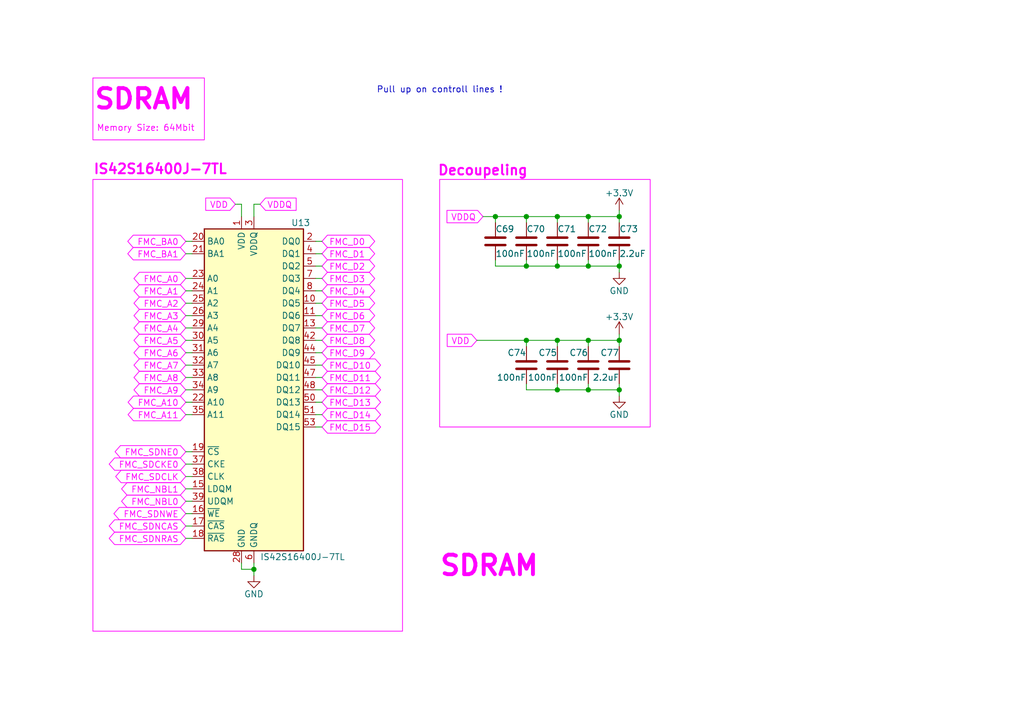
<source format=kicad_sch>
(kicad_sch
	(version 20231120)
	(generator "eeschema")
	(generator_version "8.0")
	(uuid "3da8da1f-7041-47d6-92c6-924d927a159e")
	(paper "A5")
	(lib_symbols
		(symbol "Device:C"
			(pin_numbers hide)
			(pin_names
				(offset 0.254)
			)
			(exclude_from_sim no)
			(in_bom yes)
			(on_board yes)
			(property "Reference" "C"
				(at 0.635 2.54 0)
				(effects
					(font
						(size 1.27 1.27)
					)
					(justify left)
				)
			)
			(property "Value" "C"
				(at 0.635 -2.54 0)
				(effects
					(font
						(size 1.27 1.27)
					)
					(justify left)
				)
			)
			(property "Footprint" ""
				(at 0.9652 -3.81 0)
				(effects
					(font
						(size 1.27 1.27)
					)
					(hide yes)
				)
			)
			(property "Datasheet" "~"
				(at 0 0 0)
				(effects
					(font
						(size 1.27 1.27)
					)
					(hide yes)
				)
			)
			(property "Description" "Unpolarized capacitor"
				(at 0 0 0)
				(effects
					(font
						(size 1.27 1.27)
					)
					(hide yes)
				)
			)
			(property "ki_keywords" "cap capacitor"
				(at 0 0 0)
				(effects
					(font
						(size 1.27 1.27)
					)
					(hide yes)
				)
			)
			(property "ki_fp_filters" "C_*"
				(at 0 0 0)
				(effects
					(font
						(size 1.27 1.27)
					)
					(hide yes)
				)
			)
			(symbol "C_0_1"
				(polyline
					(pts
						(xy -2.032 -0.762) (xy 2.032 -0.762)
					)
					(stroke
						(width 0.508)
						(type default)
					)
					(fill
						(type none)
					)
				)
				(polyline
					(pts
						(xy -2.032 0.762) (xy 2.032 0.762)
					)
					(stroke
						(width 0.508)
						(type default)
					)
					(fill
						(type none)
					)
				)
			)
			(symbol "C_1_1"
				(pin passive line
					(at 0 3.81 270)
					(length 2.794)
					(name "~"
						(effects
							(font
								(size 1.27 1.27)
							)
						)
					)
					(number "1"
						(effects
							(font
								(size 1.27 1.27)
							)
						)
					)
				)
				(pin passive line
					(at 0 -3.81 90)
					(length 2.794)
					(name "~"
						(effects
							(font
								(size 1.27 1.27)
							)
						)
					)
					(number "2"
						(effects
							(font
								(size 1.27 1.27)
							)
						)
					)
				)
			)
		)
		(symbol "GND_1"
			(power)
			(pin_numbers hide)
			(pin_names
				(offset 0) hide)
			(exclude_from_sim no)
			(in_bom yes)
			(on_board yes)
			(property "Reference" "#PWR"
				(at 0 -6.35 0)
				(effects
					(font
						(size 1.27 1.27)
					)
					(hide yes)
				)
			)
			(property "Value" "GND"
				(at 0 -3.81 0)
				(effects
					(font
						(size 1.27 1.27)
					)
				)
			)
			(property "Footprint" ""
				(at 0 0 0)
				(effects
					(font
						(size 1.27 1.27)
					)
					(hide yes)
				)
			)
			(property "Datasheet" ""
				(at 0 0 0)
				(effects
					(font
						(size 1.27 1.27)
					)
					(hide yes)
				)
			)
			(property "Description" "Power symbol creates a global label with name \"GND\" , ground"
				(at 0 0 0)
				(effects
					(font
						(size 1.27 1.27)
					)
					(hide yes)
				)
			)
			(property "ki_keywords" "global power"
				(at 0 0 0)
				(effects
					(font
						(size 1.27 1.27)
					)
					(hide yes)
				)
			)
			(symbol "GND_1_0_1"
				(polyline
					(pts
						(xy 0 0) (xy 0 -1.27) (xy 1.27 -1.27) (xy 0 -2.54) (xy -1.27 -1.27) (xy 0 -1.27)
					)
					(stroke
						(width 0)
						(type default)
					)
					(fill
						(type none)
					)
				)
			)
			(symbol "GND_1_1_1"
				(pin power_in line
					(at 0 0 270)
					(length 0)
					(name "~"
						(effects
							(font
								(size 1.27 1.27)
							)
						)
					)
					(number "1"
						(effects
							(font
								(size 1.27 1.27)
							)
						)
					)
				)
			)
		)
		(symbol "Memory_RAM:IS42S16400J-xT"
			(exclude_from_sim no)
			(in_bom yes)
			(on_board yes)
			(property "Reference" "U"
				(at -8.89 34.29 0)
				(effects
					(font
						(size 1.27 1.27)
					)
				)
			)
			(property "Value" "IS42S16400J-xT"
				(at 8.89 34.29 0)
				(effects
					(font
						(size 1.27 1.27)
					)
				)
			)
			(property "Footprint" "Package_SO:TSOP-II-54_22.2x10.16mm_P0.8mm"
				(at 0 -35.56 0)
				(effects
					(font
						(size 1.27 1.27)
					)
					(hide yes)
				)
			)
			(property "Datasheet" "http://www.issi.com/WW/pdf/42-45S16400J.pdf"
				(at -15.24 31.75 0)
				(effects
					(font
						(size 1.27 1.27)
					)
					(hide yes)
				)
			)
			(property "Description" "64Mb Synchronous DRAM, 1 Mb x 16 b x 4 Banks, Alloy42 leadframe plated with matte Sn, TSOP-II-54"
				(at 0 0 0)
				(effects
					(font
						(size 1.27 1.27)
					)
					(hide yes)
				)
			)
			(property "ki_keywords" "DRAM MEMORY"
				(at 0 0 0)
				(effects
					(font
						(size 1.27 1.27)
					)
					(hide yes)
				)
			)
			(property "ki_fp_filters" "TSOP?II*22.2x10.16mm*P0.8mm*"
				(at 0 0 0)
				(effects
					(font
						(size 1.27 1.27)
					)
					(hide yes)
				)
			)
			(symbol "IS42S16400J-xT_1_1"
				(rectangle
					(start -10.16 33.02)
					(end 10.16 -33.02)
					(stroke
						(width 0.254)
						(type default)
					)
					(fill
						(type background)
					)
				)
				(pin power_in line
					(at -2.54 35.56 270)
					(length 2.54)
					(name "VDD"
						(effects
							(font
								(size 1.27 1.27)
							)
						)
					)
					(number "1"
						(effects
							(font
								(size 1.27 1.27)
							)
						)
					)
				)
				(pin bidirectional line
					(at 12.7 17.78 180)
					(length 2.54)
					(name "DQ5"
						(effects
							(font
								(size 1.27 1.27)
							)
						)
					)
					(number "10"
						(effects
							(font
								(size 1.27 1.27)
							)
						)
					)
				)
				(pin bidirectional line
					(at 12.7 15.24 180)
					(length 2.54)
					(name "DQ6"
						(effects
							(font
								(size 1.27 1.27)
							)
						)
					)
					(number "11"
						(effects
							(font
								(size 1.27 1.27)
							)
						)
					)
				)
				(pin passive line
					(at 0 -35.56 90)
					(length 2.54) hide
					(name "GNDQ"
						(effects
							(font
								(size 1.27 1.27)
							)
						)
					)
					(number "12"
						(effects
							(font
								(size 1.27 1.27)
							)
						)
					)
				)
				(pin bidirectional line
					(at 12.7 12.7 180)
					(length 2.54)
					(name "DQ7"
						(effects
							(font
								(size 1.27 1.27)
							)
						)
					)
					(number "13"
						(effects
							(font
								(size 1.27 1.27)
							)
						)
					)
				)
				(pin passive line
					(at -2.54 35.56 270)
					(length 2.54) hide
					(name "VDD"
						(effects
							(font
								(size 1.27 1.27)
							)
						)
					)
					(number "14"
						(effects
							(font
								(size 1.27 1.27)
							)
						)
					)
				)
				(pin input line
					(at -12.7 -20.32 0)
					(length 2.54)
					(name "LDQM"
						(effects
							(font
								(size 1.27 1.27)
							)
						)
					)
					(number "15"
						(effects
							(font
								(size 1.27 1.27)
							)
						)
					)
				)
				(pin input line
					(at -12.7 -25.4 0)
					(length 2.54)
					(name "~{WE}"
						(effects
							(font
								(size 1.27 1.27)
							)
						)
					)
					(number "16"
						(effects
							(font
								(size 1.27 1.27)
							)
						)
					)
				)
				(pin input line
					(at -12.7 -27.94 0)
					(length 2.54)
					(name "~{CAS}"
						(effects
							(font
								(size 1.27 1.27)
							)
						)
					)
					(number "17"
						(effects
							(font
								(size 1.27 1.27)
							)
						)
					)
				)
				(pin input line
					(at -12.7 -30.48 0)
					(length 2.54)
					(name "~{RAS}"
						(effects
							(font
								(size 1.27 1.27)
							)
						)
					)
					(number "18"
						(effects
							(font
								(size 1.27 1.27)
							)
						)
					)
				)
				(pin input line
					(at -12.7 -12.7 0)
					(length 2.54)
					(name "~{CS}"
						(effects
							(font
								(size 1.27 1.27)
							)
						)
					)
					(number "19"
						(effects
							(font
								(size 1.27 1.27)
							)
						)
					)
				)
				(pin bidirectional line
					(at 12.7 30.48 180)
					(length 2.54)
					(name "DQ0"
						(effects
							(font
								(size 1.27 1.27)
							)
						)
					)
					(number "2"
						(effects
							(font
								(size 1.27 1.27)
							)
						)
					)
				)
				(pin input line
					(at -12.7 30.48 0)
					(length 2.54)
					(name "BA0"
						(effects
							(font
								(size 1.27 1.27)
							)
						)
					)
					(number "20"
						(effects
							(font
								(size 1.27 1.27)
							)
						)
					)
				)
				(pin input line
					(at -12.7 27.94 0)
					(length 2.54)
					(name "BA1"
						(effects
							(font
								(size 1.27 1.27)
							)
						)
					)
					(number "21"
						(effects
							(font
								(size 1.27 1.27)
							)
						)
					)
				)
				(pin input line
					(at -12.7 -2.54 0)
					(length 2.54)
					(name "A10"
						(effects
							(font
								(size 1.27 1.27)
							)
						)
					)
					(number "22"
						(effects
							(font
								(size 1.27 1.27)
							)
						)
					)
				)
				(pin input line
					(at -12.7 22.86 0)
					(length 2.54)
					(name "A0"
						(effects
							(font
								(size 1.27 1.27)
							)
						)
					)
					(number "23"
						(effects
							(font
								(size 1.27 1.27)
							)
						)
					)
				)
				(pin input line
					(at -12.7 20.32 0)
					(length 2.54)
					(name "A1"
						(effects
							(font
								(size 1.27 1.27)
							)
						)
					)
					(number "24"
						(effects
							(font
								(size 1.27 1.27)
							)
						)
					)
				)
				(pin input line
					(at -12.7 17.78 0)
					(length 2.54)
					(name "A2"
						(effects
							(font
								(size 1.27 1.27)
							)
						)
					)
					(number "25"
						(effects
							(font
								(size 1.27 1.27)
							)
						)
					)
				)
				(pin input line
					(at -12.7 15.24 0)
					(length 2.54)
					(name "A3"
						(effects
							(font
								(size 1.27 1.27)
							)
						)
					)
					(number "26"
						(effects
							(font
								(size 1.27 1.27)
							)
						)
					)
				)
				(pin passive line
					(at -2.54 35.56 270)
					(length 2.54) hide
					(name "VDD"
						(effects
							(font
								(size 1.27 1.27)
							)
						)
					)
					(number "27"
						(effects
							(font
								(size 1.27 1.27)
							)
						)
					)
				)
				(pin power_in line
					(at -2.54 -35.56 90)
					(length 2.54)
					(name "GND"
						(effects
							(font
								(size 1.27 1.27)
							)
						)
					)
					(number "28"
						(effects
							(font
								(size 1.27 1.27)
							)
						)
					)
				)
				(pin input line
					(at -12.7 12.7 0)
					(length 2.54)
					(name "A4"
						(effects
							(font
								(size 1.27 1.27)
							)
						)
					)
					(number "29"
						(effects
							(font
								(size 1.27 1.27)
							)
						)
					)
				)
				(pin power_in line
					(at 0 35.56 270)
					(length 2.54)
					(name "VDDQ"
						(effects
							(font
								(size 1.27 1.27)
							)
						)
					)
					(number "3"
						(effects
							(font
								(size 1.27 1.27)
							)
						)
					)
				)
				(pin input line
					(at -12.7 10.16 0)
					(length 2.54)
					(name "A5"
						(effects
							(font
								(size 1.27 1.27)
							)
						)
					)
					(number "30"
						(effects
							(font
								(size 1.27 1.27)
							)
						)
					)
				)
				(pin input line
					(at -12.7 7.62 0)
					(length 2.54)
					(name "A6"
						(effects
							(font
								(size 1.27 1.27)
							)
						)
					)
					(number "31"
						(effects
							(font
								(size 1.27 1.27)
							)
						)
					)
				)
				(pin input line
					(at -12.7 5.08 0)
					(length 2.54)
					(name "A7"
						(effects
							(font
								(size 1.27 1.27)
							)
						)
					)
					(number "32"
						(effects
							(font
								(size 1.27 1.27)
							)
						)
					)
				)
				(pin input line
					(at -12.7 2.54 0)
					(length 2.54)
					(name "A8"
						(effects
							(font
								(size 1.27 1.27)
							)
						)
					)
					(number "33"
						(effects
							(font
								(size 1.27 1.27)
							)
						)
					)
				)
				(pin input line
					(at -12.7 0 0)
					(length 2.54)
					(name "A9"
						(effects
							(font
								(size 1.27 1.27)
							)
						)
					)
					(number "34"
						(effects
							(font
								(size 1.27 1.27)
							)
						)
					)
				)
				(pin input line
					(at -12.7 -5.08 0)
					(length 2.54)
					(name "A11"
						(effects
							(font
								(size 1.27 1.27)
							)
						)
					)
					(number "35"
						(effects
							(font
								(size 1.27 1.27)
							)
						)
					)
				)
				(pin no_connect line
					(at 10.16 -17.78 180)
					(length 2.54) hide
					(name "NC"
						(effects
							(font
								(size 1.27 1.27)
							)
						)
					)
					(number "36"
						(effects
							(font
								(size 1.27 1.27)
							)
						)
					)
				)
				(pin input line
					(at -12.7 -15.24 0)
					(length 2.54)
					(name "CKE"
						(effects
							(font
								(size 1.27 1.27)
							)
						)
					)
					(number "37"
						(effects
							(font
								(size 1.27 1.27)
							)
						)
					)
				)
				(pin input line
					(at -12.7 -17.78 0)
					(length 2.54)
					(name "CLK"
						(effects
							(font
								(size 1.27 1.27)
							)
						)
					)
					(number "38"
						(effects
							(font
								(size 1.27 1.27)
							)
						)
					)
				)
				(pin input line
					(at -12.7 -22.86 0)
					(length 2.54)
					(name "UDQM"
						(effects
							(font
								(size 1.27 1.27)
							)
						)
					)
					(number "39"
						(effects
							(font
								(size 1.27 1.27)
							)
						)
					)
				)
				(pin bidirectional line
					(at 12.7 27.94 180)
					(length 2.54)
					(name "DQ1"
						(effects
							(font
								(size 1.27 1.27)
							)
						)
					)
					(number "4"
						(effects
							(font
								(size 1.27 1.27)
							)
						)
					)
				)
				(pin no_connect line
					(at 10.16 -20.32 180)
					(length 2.54) hide
					(name "NC"
						(effects
							(font
								(size 1.27 1.27)
							)
						)
					)
					(number "40"
						(effects
							(font
								(size 1.27 1.27)
							)
						)
					)
				)
				(pin passive line
					(at -2.54 -35.56 90)
					(length 2.54) hide
					(name "GND"
						(effects
							(font
								(size 1.27 1.27)
							)
						)
					)
					(number "41"
						(effects
							(font
								(size 1.27 1.27)
							)
						)
					)
				)
				(pin bidirectional line
					(at 12.7 10.16 180)
					(length 2.54)
					(name "DQ8"
						(effects
							(font
								(size 1.27 1.27)
							)
						)
					)
					(number "42"
						(effects
							(font
								(size 1.27 1.27)
							)
						)
					)
				)
				(pin passive line
					(at 0 35.56 270)
					(length 2.54) hide
					(name "VDDQ"
						(effects
							(font
								(size 1.27 1.27)
							)
						)
					)
					(number "43"
						(effects
							(font
								(size 1.27 1.27)
							)
						)
					)
				)
				(pin bidirectional line
					(at 12.7 7.62 180)
					(length 2.54)
					(name "DQ9"
						(effects
							(font
								(size 1.27 1.27)
							)
						)
					)
					(number "44"
						(effects
							(font
								(size 1.27 1.27)
							)
						)
					)
				)
				(pin bidirectional line
					(at 12.7 5.08 180)
					(length 2.54)
					(name "DQ10"
						(effects
							(font
								(size 1.27 1.27)
							)
						)
					)
					(number "45"
						(effects
							(font
								(size 1.27 1.27)
							)
						)
					)
				)
				(pin passive line
					(at 0 -35.56 90)
					(length 2.54) hide
					(name "GNDQ"
						(effects
							(font
								(size 1.27 1.27)
							)
						)
					)
					(number "46"
						(effects
							(font
								(size 1.27 1.27)
							)
						)
					)
				)
				(pin bidirectional line
					(at 12.7 2.54 180)
					(length 2.54)
					(name "DQ11"
						(effects
							(font
								(size 1.27 1.27)
							)
						)
					)
					(number "47"
						(effects
							(font
								(size 1.27 1.27)
							)
						)
					)
				)
				(pin bidirectional line
					(at 12.7 0 180)
					(length 2.54)
					(name "DQ12"
						(effects
							(font
								(size 1.27 1.27)
							)
						)
					)
					(number "48"
						(effects
							(font
								(size 1.27 1.27)
							)
						)
					)
				)
				(pin passive line
					(at 0 35.56 270)
					(length 2.54) hide
					(name "VDDQ"
						(effects
							(font
								(size 1.27 1.27)
							)
						)
					)
					(number "49"
						(effects
							(font
								(size 1.27 1.27)
							)
						)
					)
				)
				(pin bidirectional line
					(at 12.7 25.4 180)
					(length 2.54)
					(name "DQ2"
						(effects
							(font
								(size 1.27 1.27)
							)
						)
					)
					(number "5"
						(effects
							(font
								(size 1.27 1.27)
							)
						)
					)
				)
				(pin bidirectional line
					(at 12.7 -2.54 180)
					(length 2.54)
					(name "DQ13"
						(effects
							(font
								(size 1.27 1.27)
							)
						)
					)
					(number "50"
						(effects
							(font
								(size 1.27 1.27)
							)
						)
					)
				)
				(pin bidirectional line
					(at 12.7 -5.08 180)
					(length 2.54)
					(name "DQ14"
						(effects
							(font
								(size 1.27 1.27)
							)
						)
					)
					(number "51"
						(effects
							(font
								(size 1.27 1.27)
							)
						)
					)
				)
				(pin passive line
					(at 0 -35.56 90)
					(length 2.54) hide
					(name "GNDQ"
						(effects
							(font
								(size 1.27 1.27)
							)
						)
					)
					(number "52"
						(effects
							(font
								(size 1.27 1.27)
							)
						)
					)
				)
				(pin bidirectional line
					(at 12.7 -7.62 180)
					(length 2.54)
					(name "DQ15"
						(effects
							(font
								(size 1.27 1.27)
							)
						)
					)
					(number "53"
						(effects
							(font
								(size 1.27 1.27)
							)
						)
					)
				)
				(pin passive line
					(at -2.54 -35.56 90)
					(length 2.54) hide
					(name "GND"
						(effects
							(font
								(size 1.27 1.27)
							)
						)
					)
					(number "54"
						(effects
							(font
								(size 1.27 1.27)
							)
						)
					)
				)
				(pin power_in line
					(at 0 -35.56 90)
					(length 2.54)
					(name "GNDQ"
						(effects
							(font
								(size 1.27 1.27)
							)
						)
					)
					(number "6"
						(effects
							(font
								(size 1.27 1.27)
							)
						)
					)
				)
				(pin bidirectional line
					(at 12.7 22.86 180)
					(length 2.54)
					(name "DQ3"
						(effects
							(font
								(size 1.27 1.27)
							)
						)
					)
					(number "7"
						(effects
							(font
								(size 1.27 1.27)
							)
						)
					)
				)
				(pin bidirectional line
					(at 12.7 20.32 180)
					(length 2.54)
					(name "DQ4"
						(effects
							(font
								(size 1.27 1.27)
							)
						)
					)
					(number "8"
						(effects
							(font
								(size 1.27 1.27)
							)
						)
					)
				)
				(pin passive line
					(at 0 35.56 270)
					(length 2.54) hide
					(name "VDDQ"
						(effects
							(font
								(size 1.27 1.27)
							)
						)
					)
					(number "9"
						(effects
							(font
								(size 1.27 1.27)
							)
						)
					)
				)
			)
		)
		(symbol "power:+3.3V"
			(power)
			(pin_numbers hide)
			(pin_names
				(offset 0) hide)
			(exclude_from_sim no)
			(in_bom yes)
			(on_board yes)
			(property "Reference" "#PWR"
				(at 0 -3.81 0)
				(effects
					(font
						(size 1.27 1.27)
					)
					(hide yes)
				)
			)
			(property "Value" "+3.3V"
				(at 0 3.556 0)
				(effects
					(font
						(size 1.27 1.27)
					)
				)
			)
			(property "Footprint" ""
				(at 0 0 0)
				(effects
					(font
						(size 1.27 1.27)
					)
					(hide yes)
				)
			)
			(property "Datasheet" ""
				(at 0 0 0)
				(effects
					(font
						(size 1.27 1.27)
					)
					(hide yes)
				)
			)
			(property "Description" "Power symbol creates a global label with name \"+3.3V\""
				(at 0 0 0)
				(effects
					(font
						(size 1.27 1.27)
					)
					(hide yes)
				)
			)
			(property "ki_keywords" "global power"
				(at 0 0 0)
				(effects
					(font
						(size 1.27 1.27)
					)
					(hide yes)
				)
			)
			(symbol "+3.3V_0_1"
				(polyline
					(pts
						(xy -0.762 1.27) (xy 0 2.54)
					)
					(stroke
						(width 0)
						(type default)
					)
					(fill
						(type none)
					)
				)
				(polyline
					(pts
						(xy 0 0) (xy 0 2.54)
					)
					(stroke
						(width 0)
						(type default)
					)
					(fill
						(type none)
					)
				)
				(polyline
					(pts
						(xy 0 2.54) (xy 0.762 1.27)
					)
					(stroke
						(width 0)
						(type default)
					)
					(fill
						(type none)
					)
				)
			)
			(symbol "+3.3V_1_1"
				(pin power_in line
					(at 0 0 90)
					(length 0)
					(name "~"
						(effects
							(font
								(size 1.27 1.27)
							)
						)
					)
					(number "1"
						(effects
							(font
								(size 1.27 1.27)
							)
						)
					)
				)
			)
		)
		(symbol "power:GND"
			(power)
			(pin_names
				(offset 0)
			)
			(exclude_from_sim no)
			(in_bom yes)
			(on_board yes)
			(property "Reference" "#PWR"
				(at 0 -6.35 0)
				(effects
					(font
						(size 1.27 1.27)
					)
					(hide yes)
				)
			)
			(property "Value" "GND"
				(at 0 -3.81 0)
				(effects
					(font
						(size 1.27 1.27)
					)
				)
			)
			(property "Footprint" ""
				(at 0 0 0)
				(effects
					(font
						(size 1.27 1.27)
					)
					(hide yes)
				)
			)
			(property "Datasheet" ""
				(at 0 0 0)
				(effects
					(font
						(size 1.27 1.27)
					)
					(hide yes)
				)
			)
			(property "Description" "Power symbol creates a global label with name \"GND\" , ground"
				(at 0 0 0)
				(effects
					(font
						(size 1.27 1.27)
					)
					(hide yes)
				)
			)
			(property "ki_keywords" "global power"
				(at 0 0 0)
				(effects
					(font
						(size 1.27 1.27)
					)
					(hide yes)
				)
			)
			(symbol "GND_0_1"
				(polyline
					(pts
						(xy 0 0) (xy 0 -1.27) (xy 1.27 -1.27) (xy 0 -2.54) (xy -1.27 -1.27) (xy 0 -1.27)
					)
					(stroke
						(width 0)
						(type default)
					)
					(fill
						(type none)
					)
				)
			)
			(symbol "GND_1_1"
				(pin power_in line
					(at 0 0 270)
					(length 0) hide
					(name "GND"
						(effects
							(font
								(size 1.27 1.27)
							)
						)
					)
					(number "1"
						(effects
							(font
								(size 1.27 1.27)
							)
						)
					)
				)
			)
		)
	)
	(junction
		(at 107.95 69.85)
		(diameter 0)
		(color 0 0 0 0)
		(uuid "023e21da-8d2d-4dda-96a3-d9c7881737eb")
	)
	(junction
		(at 127 44.45)
		(diameter 0)
		(color 0 0 0 0)
		(uuid "05bd62cf-b916-412e-b8d0-582d153dce6e")
	)
	(junction
		(at 107.95 44.45)
		(diameter 0)
		(color 0 0 0 0)
		(uuid "0f7e1dec-782f-4ff6-aeb3-5d890b5f065d")
	)
	(junction
		(at 114.3 54.61)
		(diameter 0)
		(color 0 0 0 0)
		(uuid "1ab28ea9-e41e-4d58-be47-58a9cab2cbaa")
	)
	(junction
		(at 127 69.85)
		(diameter 0)
		(color 0 0 0 0)
		(uuid "1c25ab9c-8a23-4073-a25f-8700cd6206ad")
	)
	(junction
		(at 107.95 54.61)
		(diameter 0)
		(color 0 0 0 0)
		(uuid "3821a252-331a-4a7e-80dd-b77be9ffacd9")
	)
	(junction
		(at 114.3 69.85)
		(diameter 0)
		(color 0 0 0 0)
		(uuid "3a2224cf-fa2a-403e-8a73-8375ea26903a")
	)
	(junction
		(at 101.6 44.45)
		(diameter 0)
		(color 0 0 0 0)
		(uuid "42a4e7cb-eada-419c-8391-f6ed7bad2761")
	)
	(junction
		(at 52.07 116.84)
		(diameter 0)
		(color 0 0 0 0)
		(uuid "42f31948-b548-496a-b81c-cbbef2d2cd98")
	)
	(junction
		(at 120.65 80.01)
		(diameter 0)
		(color 0 0 0 0)
		(uuid "4ce2a26d-733e-485d-8776-46f6b4f9d31d")
	)
	(junction
		(at 120.65 54.61)
		(diameter 0)
		(color 0 0 0 0)
		(uuid "59a0f3f4-5635-4f5b-b203-ab970dabbdae")
	)
	(junction
		(at 114.3 44.45)
		(diameter 0)
		(color 0 0 0 0)
		(uuid "73590d4a-9b20-4208-a8cc-3f2841035d38")
	)
	(junction
		(at 114.3 80.01)
		(diameter 0)
		(color 0 0 0 0)
		(uuid "a6dfc7f1-4685-403f-a5b6-53854ea47208")
	)
	(junction
		(at 127 80.01)
		(diameter 0)
		(color 0 0 0 0)
		(uuid "bb9dbc56-c050-4cba-966c-511abe444d97")
	)
	(junction
		(at 120.65 44.45)
		(diameter 0)
		(color 0 0 0 0)
		(uuid "d1b56a6c-a6e0-4439-ade3-9be9ecb7a888")
	)
	(junction
		(at 127 54.61)
		(diameter 0)
		(color 0 0 0 0)
		(uuid "d27f4649-9e03-4895-81f5-3c0ad5fa6303")
	)
	(junction
		(at 120.65 69.85)
		(diameter 0)
		(color 0 0 0 0)
		(uuid "ed2e797e-9b7f-4e93-a6ac-ad41e309c829")
	)
	(wire
		(pts
			(xy 38.1 69.85) (xy 39.37 69.85)
		)
		(stroke
			(width 0)
			(type default)
		)
		(uuid "0401bb7b-151d-42a8-b873-c2f0ccd1ccfe")
	)
	(wire
		(pts
			(xy 114.3 80.01) (xy 107.95 80.01)
		)
		(stroke
			(width 0)
			(type default)
		)
		(uuid "04696a75-2368-4956-b248-d27f91ada005")
	)
	(wire
		(pts
			(xy 127 78.74) (xy 127 80.01)
		)
		(stroke
			(width 0)
			(type default)
		)
		(uuid "05e3f1d1-8064-4b8b-a4be-12e38458e050")
	)
	(wire
		(pts
			(xy 127 44.45) (xy 127 45.72)
		)
		(stroke
			(width 0)
			(type default)
		)
		(uuid "0e830c13-be32-4e27-a739-24236eddd076")
	)
	(wire
		(pts
			(xy 49.53 116.84) (xy 52.07 116.84)
		)
		(stroke
			(width 0)
			(type default)
		)
		(uuid "105d46ab-7340-4a3b-b71a-6d884eaf2e81")
	)
	(wire
		(pts
			(xy 38.1 57.15) (xy 39.37 57.15)
		)
		(stroke
			(width 0)
			(type default)
		)
		(uuid "10c3d7ac-5df6-4424-8d21-0bd2cb81465e")
	)
	(wire
		(pts
			(xy 53.34 41.91) (xy 52.07 41.91)
		)
		(stroke
			(width 0)
			(type default)
		)
		(uuid "131919bd-51af-4566-925f-9846480fb90e")
	)
	(wire
		(pts
			(xy 127 80.01) (xy 120.65 80.01)
		)
		(stroke
			(width 0)
			(type default)
		)
		(uuid "13b5032e-0dc7-4ec8-8ab5-e53e0d71d838")
	)
	(wire
		(pts
			(xy 107.95 80.01) (xy 107.95 78.74)
		)
		(stroke
			(width 0)
			(type default)
		)
		(uuid "1488ce0a-6d34-40e5-bec8-406c7f79f2c4")
	)
	(wire
		(pts
			(xy 38.1 100.33) (xy 39.37 100.33)
		)
		(stroke
			(width 0)
			(type default)
		)
		(uuid "16b24e8f-99dc-42b6-9acb-e9bd7f048bd0")
	)
	(wire
		(pts
			(xy 66.04 72.39) (xy 64.77 72.39)
		)
		(stroke
			(width 0)
			(type default)
		)
		(uuid "16ef0858-c545-4f97-88b3-9198cde6caa2")
	)
	(wire
		(pts
			(xy 107.95 53.34) (xy 107.95 54.61)
		)
		(stroke
			(width 0)
			(type default)
		)
		(uuid "1932b515-6ed0-4930-bad6-04360801387d")
	)
	(wire
		(pts
			(xy 114.3 78.74) (xy 114.3 80.01)
		)
		(stroke
			(width 0)
			(type default)
		)
		(uuid "19bf01f6-1027-4ab4-a9b5-42906b31b5b7")
	)
	(wire
		(pts
			(xy 38.1 82.55) (xy 39.37 82.55)
		)
		(stroke
			(width 0)
			(type default)
		)
		(uuid "19df77ae-f8ff-445e-8a7c-75f266849cd1")
	)
	(wire
		(pts
			(xy 66.04 74.93) (xy 64.77 74.93)
		)
		(stroke
			(width 0)
			(type default)
		)
		(uuid "1ea14791-5cd2-4788-91f5-3ff09c35b6a6")
	)
	(wire
		(pts
			(xy 127 80.01) (xy 127 81.28)
		)
		(stroke
			(width 0)
			(type default)
		)
		(uuid "1f825ab5-c2af-464e-9d31-45bf45ad5932")
	)
	(wire
		(pts
			(xy 38.1 110.49) (xy 39.37 110.49)
		)
		(stroke
			(width 0)
			(type default)
		)
		(uuid "21096a98-8c4f-4208-9f51-18bfe614a39e")
	)
	(wire
		(pts
			(xy 127 54.61) (xy 127 55.88)
		)
		(stroke
			(width 0)
			(type default)
		)
		(uuid "21ec3e94-b244-45f2-99d2-39cf15beae9f")
	)
	(wire
		(pts
			(xy 66.04 52.07) (xy 64.77 52.07)
		)
		(stroke
			(width 0)
			(type default)
		)
		(uuid "23f94fbb-527d-4e35-927d-9477dfdf748c")
	)
	(wire
		(pts
			(xy 120.65 69.85) (xy 120.65 71.12)
		)
		(stroke
			(width 0)
			(type default)
		)
		(uuid "2496346e-07ed-4745-9365-f5c279a1e9e3")
	)
	(wire
		(pts
			(xy 38.1 102.87) (xy 39.37 102.87)
		)
		(stroke
			(width 0)
			(type default)
		)
		(uuid "297cace7-0c7a-492f-826d-0f44fb687eec")
	)
	(wire
		(pts
			(xy 52.07 116.84) (xy 52.07 118.11)
		)
		(stroke
			(width 0)
			(type default)
		)
		(uuid "2f3380a7-42a8-4c40-8fa1-0c7dfc86af76")
	)
	(wire
		(pts
			(xy 66.04 62.23) (xy 64.77 62.23)
		)
		(stroke
			(width 0)
			(type default)
		)
		(uuid "2ff183d3-77ab-458d-99cf-a1bd110d2679")
	)
	(wire
		(pts
			(xy 66.04 64.77) (xy 64.77 64.77)
		)
		(stroke
			(width 0)
			(type default)
		)
		(uuid "329a2f96-9523-47ed-b4ad-e9e8a443f977")
	)
	(wire
		(pts
			(xy 66.04 80.01) (xy 64.77 80.01)
		)
		(stroke
			(width 0)
			(type default)
		)
		(uuid "336e9b7e-9a1e-4f18-a912-3888c7d627cb")
	)
	(wire
		(pts
			(xy 38.1 67.31) (xy 39.37 67.31)
		)
		(stroke
			(width 0)
			(type default)
		)
		(uuid "346c2564-c05e-444d-b679-9805784d896d")
	)
	(wire
		(pts
			(xy 38.1 74.93) (xy 39.37 74.93)
		)
		(stroke
			(width 0)
			(type default)
		)
		(uuid "388ea0d6-311a-4e98-82a5-abec3f03100a")
	)
	(wire
		(pts
			(xy 38.1 72.39) (xy 39.37 72.39)
		)
		(stroke
			(width 0)
			(type default)
		)
		(uuid "45dd343d-294c-4a93-a444-f2b07d5c8a01")
	)
	(wire
		(pts
			(xy 38.1 59.69) (xy 39.37 59.69)
		)
		(stroke
			(width 0)
			(type default)
		)
		(uuid "4be20438-2612-44c3-89f6-262ce98eed4a")
	)
	(wire
		(pts
			(xy 66.04 67.31) (xy 64.77 67.31)
		)
		(stroke
			(width 0)
			(type default)
		)
		(uuid "4e275c6d-7f5e-476f-a176-fd941f986f9e")
	)
	(wire
		(pts
			(xy 49.53 41.91) (xy 49.53 44.45)
		)
		(stroke
			(width 0)
			(type default)
		)
		(uuid "4f9599f7-83cd-4c9e-aa8b-5cba9d745b0a")
	)
	(wire
		(pts
			(xy 120.65 54.61) (xy 127 54.61)
		)
		(stroke
			(width 0)
			(type default)
		)
		(uuid "54ef7d3f-0504-47cd-9482-23e57134bfaa")
	)
	(wire
		(pts
			(xy 107.95 44.45) (xy 114.3 44.45)
		)
		(stroke
			(width 0)
			(type default)
		)
		(uuid "555abe72-dfaa-4ee4-af45-a08acf9d59f3")
	)
	(wire
		(pts
			(xy 120.65 80.01) (xy 114.3 80.01)
		)
		(stroke
			(width 0)
			(type default)
		)
		(uuid "5ce61c78-62c5-4665-8f8b-5d458123df19")
	)
	(wire
		(pts
			(xy 38.1 49.53) (xy 39.37 49.53)
		)
		(stroke
			(width 0)
			(type default)
		)
		(uuid "5e4b0c3f-80f0-4d08-ba8d-21276e646fd6")
	)
	(wire
		(pts
			(xy 52.07 41.91) (xy 52.07 44.45)
		)
		(stroke
			(width 0)
			(type default)
		)
		(uuid "609eeb14-6497-4ee2-a4c2-3082fe3ebf87")
	)
	(wire
		(pts
			(xy 66.04 87.63) (xy 64.77 87.63)
		)
		(stroke
			(width 0)
			(type default)
		)
		(uuid "64d1094a-3e27-48ab-a054-bcf06b955719")
	)
	(wire
		(pts
			(xy 52.07 115.57) (xy 52.07 116.84)
		)
		(stroke
			(width 0)
			(type default)
		)
		(uuid "654f5fdd-26d3-41ac-a067-d53782a17013")
	)
	(wire
		(pts
			(xy 101.6 44.45) (xy 99.06 44.45)
		)
		(stroke
			(width 0)
			(type default)
		)
		(uuid "6863e39a-acc8-4441-9b09-bfd4b828ed7e")
	)
	(wire
		(pts
			(xy 107.95 69.85) (xy 114.3 69.85)
		)
		(stroke
			(width 0)
			(type default)
		)
		(uuid "68943abe-7de8-41c6-bf8f-c3de9019cc13")
	)
	(wire
		(pts
			(xy 127 43.18) (xy 127 44.45)
		)
		(stroke
			(width 0)
			(type default)
		)
		(uuid "6bf11a65-e9e9-451d-94eb-7b761cb79e7c")
	)
	(wire
		(pts
			(xy 38.1 85.09) (xy 39.37 85.09)
		)
		(stroke
			(width 0)
			(type default)
		)
		(uuid "70c7dbed-12a6-4a49-aa8e-aa3087fc2267")
	)
	(wire
		(pts
			(xy 38.1 52.07) (xy 39.37 52.07)
		)
		(stroke
			(width 0)
			(type default)
		)
		(uuid "7581398c-c536-4297-84b3-2a1572c9ad0b")
	)
	(wire
		(pts
			(xy 66.04 85.09) (xy 64.77 85.09)
		)
		(stroke
			(width 0)
			(type default)
		)
		(uuid "76b31746-39c8-4de3-9e9c-b84ef669a517")
	)
	(wire
		(pts
			(xy 120.65 78.74) (xy 120.65 80.01)
		)
		(stroke
			(width 0)
			(type default)
		)
		(uuid "796e3071-bd2f-407a-a950-f7e87e80f8cb")
	)
	(wire
		(pts
			(xy 120.65 44.45) (xy 127 44.45)
		)
		(stroke
			(width 0)
			(type default)
		)
		(uuid "7ace930c-6e95-43a7-b900-f270312934a8")
	)
	(wire
		(pts
			(xy 64.77 54.61) (xy 66.04 54.61)
		)
		(stroke
			(width 0)
			(type default)
		)
		(uuid "840f3ce3-5daf-46c2-bede-c7c423a32121")
	)
	(wire
		(pts
			(xy 38.1 77.47) (xy 39.37 77.47)
		)
		(stroke
			(width 0)
			(type default)
		)
		(uuid "84c4b74e-edb4-4d3a-8b50-2e9e87601885")
	)
	(wire
		(pts
			(xy 49.53 115.57) (xy 49.53 116.84)
		)
		(stroke
			(width 0)
			(type default)
		)
		(uuid "85bf4ca6-332e-427c-9d1c-5ae01c98df88")
	)
	(wire
		(pts
			(xy 38.1 105.41) (xy 39.37 105.41)
		)
		(stroke
			(width 0)
			(type default)
		)
		(uuid "8e9b9008-10ea-4185-ad8e-1bff177ad929")
	)
	(wire
		(pts
			(xy 114.3 69.85) (xy 114.3 71.12)
		)
		(stroke
			(width 0)
			(type default)
		)
		(uuid "8fefd437-b3df-48be-846f-2ee186d056b6")
	)
	(wire
		(pts
			(xy 107.95 44.45) (xy 107.95 45.72)
		)
		(stroke
			(width 0)
			(type default)
		)
		(uuid "904cc0bf-88dd-4d37-9b7c-4e08849c59f8")
	)
	(wire
		(pts
			(xy 38.1 80.01) (xy 39.37 80.01)
		)
		(stroke
			(width 0)
			(type default)
		)
		(uuid "90e19df4-7885-4a2a-9112-c4a446755535")
	)
	(wire
		(pts
			(xy 107.95 71.12) (xy 107.95 69.85)
		)
		(stroke
			(width 0)
			(type default)
		)
		(uuid "9301e02b-82fd-4f7c-a321-a851b8636893")
	)
	(wire
		(pts
			(xy 66.04 77.47) (xy 64.77 77.47)
		)
		(stroke
			(width 0)
			(type default)
		)
		(uuid "a110c3ad-07b2-452d-a70d-cc7a43852ea5")
	)
	(wire
		(pts
			(xy 114.3 44.45) (xy 120.65 44.45)
		)
		(stroke
			(width 0)
			(type default)
		)
		(uuid "a1e6bc5b-bc20-4e99-a754-72e48a1483a4")
	)
	(wire
		(pts
			(xy 66.04 49.53) (xy 64.77 49.53)
		)
		(stroke
			(width 0)
			(type default)
		)
		(uuid "a4cb3add-b345-4a0a-babf-98d1a52b83be")
	)
	(wire
		(pts
			(xy 114.3 54.61) (xy 120.65 54.61)
		)
		(stroke
			(width 0)
			(type default)
		)
		(uuid "a4dda509-b9c3-4d8e-831b-fdba5de89261")
	)
	(wire
		(pts
			(xy 66.04 69.85) (xy 64.77 69.85)
		)
		(stroke
			(width 0)
			(type default)
		)
		(uuid "a5cbb53e-d831-4ba4-a11a-b1d66724a94b")
	)
	(wire
		(pts
			(xy 127 68.58) (xy 127 69.85)
		)
		(stroke
			(width 0)
			(type default)
		)
		(uuid "a9f1460e-3987-4a40-b3e2-079b0de70b28")
	)
	(wire
		(pts
			(xy 64.77 57.15) (xy 66.04 57.15)
		)
		(stroke
			(width 0)
			(type default)
		)
		(uuid "af6636b0-326f-4522-8c70-2dfc0b507570")
	)
	(wire
		(pts
			(xy 120.65 53.34) (xy 120.65 54.61)
		)
		(stroke
			(width 0)
			(type default)
		)
		(uuid "b2700780-d3bd-4b7a-8f2f-0140620ecfcd")
	)
	(wire
		(pts
			(xy 101.6 54.61) (xy 107.95 54.61)
		)
		(stroke
			(width 0)
			(type default)
		)
		(uuid "b2c156b1-f61f-487c-b1b0-01f59fe92f2d")
	)
	(wire
		(pts
			(xy 120.65 69.85) (xy 127 69.85)
		)
		(stroke
			(width 0)
			(type default)
		)
		(uuid "b33749fc-2574-42d7-a31e-1966401b168e")
	)
	(wire
		(pts
			(xy 48.26 41.91) (xy 49.53 41.91)
		)
		(stroke
			(width 0)
			(type default)
		)
		(uuid "b90e077f-a081-4395-9849-cc92ba7fd773")
	)
	(wire
		(pts
			(xy 107.95 54.61) (xy 114.3 54.61)
		)
		(stroke
			(width 0)
			(type default)
		)
		(uuid "be58ae9f-67fc-43c4-a7e3-b96dc6d9e314")
	)
	(wire
		(pts
			(xy 38.1 64.77) (xy 39.37 64.77)
		)
		(stroke
			(width 0)
			(type default)
		)
		(uuid "beb18ebe-f2d9-432a-aa5d-64ae869252bd")
	)
	(wire
		(pts
			(xy 97.79 69.85) (xy 107.95 69.85)
		)
		(stroke
			(width 0)
			(type default)
		)
		(uuid "c6301508-9316-4e67-b6fa-dbab19ff1dca")
	)
	(wire
		(pts
			(xy 120.65 44.45) (xy 120.65 45.72)
		)
		(stroke
			(width 0)
			(type default)
		)
		(uuid "c99be58b-ce24-4b90-915a-bd14674f9c57")
	)
	(wire
		(pts
			(xy 38.1 92.71) (xy 39.37 92.71)
		)
		(stroke
			(width 0)
			(type default)
		)
		(uuid "cb6bda7f-6d55-4b0d-ad51-e47d192ffa79")
	)
	(wire
		(pts
			(xy 114.3 53.34) (xy 114.3 54.61)
		)
		(stroke
			(width 0)
			(type default)
		)
		(uuid "cca3ff38-8187-41f3-aca6-be012c475002")
	)
	(wire
		(pts
			(xy 38.1 95.25) (xy 39.37 95.25)
		)
		(stroke
			(width 0)
			(type default)
		)
		(uuid "cd21c6dc-3f4f-4dda-a7be-13de687f5d7e")
	)
	(wire
		(pts
			(xy 101.6 44.45) (xy 101.6 45.72)
		)
		(stroke
			(width 0)
			(type default)
		)
		(uuid "cf8c1b19-4687-447a-90f3-d6ca77caf91a")
	)
	(wire
		(pts
			(xy 38.1 107.95) (xy 39.37 107.95)
		)
		(stroke
			(width 0)
			(type default)
		)
		(uuid "d68aefa5-3f39-469a-b4a5-6b728debfda2")
	)
	(wire
		(pts
			(xy 66.04 59.69) (xy 64.77 59.69)
		)
		(stroke
			(width 0)
			(type default)
		)
		(uuid "d77e5662-045e-497d-9a3a-f84edb56b1d8")
	)
	(wire
		(pts
			(xy 101.6 53.34) (xy 101.6 54.61)
		)
		(stroke
			(width 0)
			(type default)
		)
		(uuid "d7d0db21-9d8e-4d48-8dac-8fe9c3102a43")
	)
	(wire
		(pts
			(xy 101.6 44.45) (xy 107.95 44.45)
		)
		(stroke
			(width 0)
			(type default)
		)
		(uuid "de5ffe9c-6584-4583-9547-9ba296c8f8e6")
	)
	(wire
		(pts
			(xy 127 69.85) (xy 127 71.12)
		)
		(stroke
			(width 0)
			(type default)
		)
		(uuid "de9185f1-97a1-4b52-8234-49336ecea7cc")
	)
	(wire
		(pts
			(xy 66.04 82.55) (xy 64.77 82.55)
		)
		(stroke
			(width 0)
			(type default)
		)
		(uuid "df9453c5-578d-4446-94d2-32e1326d5058")
	)
	(wire
		(pts
			(xy 114.3 44.45) (xy 114.3 45.72)
		)
		(stroke
			(width 0)
			(type default)
		)
		(uuid "e1cf663d-f3c0-493e-95f6-d8f9cfae38a8")
	)
	(wire
		(pts
			(xy 38.1 97.79) (xy 39.37 97.79)
		)
		(stroke
			(width 0)
			(type default)
		)
		(uuid "e55e920a-9d63-4c9b-93d1-487f59c5d134")
	)
	(wire
		(pts
			(xy 38.1 62.23) (xy 39.37 62.23)
		)
		(stroke
			(width 0)
			(type default)
		)
		(uuid "f156018f-e6dc-4eb6-81a6-850c59b2f67f")
	)
	(wire
		(pts
			(xy 114.3 69.85) (xy 120.65 69.85)
		)
		(stroke
			(width 0)
			(type default)
		)
		(uuid "f7aacb4b-dc67-4281-8a53-87bde50f71cb")
	)
	(wire
		(pts
			(xy 127 54.61) (xy 127 53.34)
		)
		(stroke
			(width 0)
			(type default)
		)
		(uuid "f7c7877e-9054-40f3-9168-59a9d6e0eab2")
	)
	(rectangle
		(start 90.17 36.83)
		(end 133.35 87.63)
		(stroke
			(width 0)
			(type default)
			(color 255 0 255 1)
		)
		(fill
			(type none)
		)
		(uuid 1ae458a1-0ace-4a35-8943-565699a2557c)
	)
	(rectangle
		(start 19.05 16.002)
		(end 41.91 28.702)
		(stroke
			(width 0)
			(type default)
			(color 255 0 255 1)
		)
		(fill
			(type none)
		)
		(uuid 6653a78e-3f34-4b6b-a011-c55b83988e9c)
	)
	(rectangle
		(start 19.05 36.83)
		(end 82.55 129.54)
		(stroke
			(width 0)
			(type default)
			(color 255 0 255 1)
		)
		(fill
			(type none)
		)
		(uuid 9b6265cf-20a0-4e82-b677-51b0a847522d)
	)
	(text "Decoupeling"
		(exclude_from_sim no)
		(at 89.662 36.322 0)
		(effects
			(font
				(size 2 2)
				(thickness 0.4)
				(bold yes)
				(color 255 0 255 1)
			)
			(justify left bottom)
		)
		(uuid "2789dfe3-522f-4bbb-ab97-75fb197924cb")
	)
	(text "Pull up on controll lines !\n"
		(exclude_from_sim no)
		(at 90.17 18.542 0)
		(effects
			(font
				(size 1.27 1.27)
			)
		)
		(uuid "463d3d74-36df-48a4-850e-4a89bb85e946")
	)
	(text "Memory Size: 64Mbit"
		(exclude_from_sim no)
		(at 19.812 27.178 0)
		(effects
			(font
				(size 1.27 1.27)
				(color 255 0 255 1)
			)
			(justify left bottom)
		)
		(uuid "892db795-085a-4d7e-b2a8-d69bc2fdd991")
	)
	(text "SDRAM\n"
		(exclude_from_sim no)
		(at 89.916 118.618 0)
		(effects
			(font
				(size 4 4)
				(thickness 0.8)
				(bold yes)
				(color 255 0 255 1)
			)
			(justify left bottom)
		)
		(uuid "8a2dbd24-7e15-452e-917a-8150dd8d516f")
	)
	(text "IS42S16400J-7TL"
		(exclude_from_sim no)
		(at 19.05 36.068 0)
		(effects
			(font
				(size 2 2)
				(thickness 0.4)
				(bold yes)
				(color 255 0 255 1)
			)
			(justify left bottom)
		)
		(uuid "9f01b3c2-6dae-4aa7-8fdc-a2c0d91a543a")
	)
	(text "SDRAM\n"
		(exclude_from_sim no)
		(at 19.05 22.86 0)
		(effects
			(font
				(size 4 4)
				(thickness 0.8)
				(bold yes)
				(color 255 0 255 1)
			)
			(justify left bottom)
		)
		(uuid "c9816031-a01d-4eb9-aed3-818a24556427")
	)
	(global_label "FMC_D3"
		(shape bidirectional)
		(at 66.04 57.15 0)
		(fields_autoplaced yes)
		(effects
			(font
				(size 1.27 1.27)
				(color 255 0 255 1)
			)
			(justify left)
		)
		(uuid "02baef11-e8dd-45be-b4c1-c0834d7f6d85")
		(property "Intersheetrefs" "${INTERSHEET_REFS}"
			(at 77.3936 57.15 0)
			(effects
				(font
					(size 1.27 1.27)
				)
				(justify left)
				(hide yes)
			)
		)
	)
	(global_label "FMC_A0"
		(shape bidirectional)
		(at 38.1 57.15 180)
		(fields_autoplaced yes)
		(effects
			(font
				(size 1.27 1.27)
				(color 255 0 255 1)
			)
			(justify right)
		)
		(uuid "03bb216e-db8d-4f61-ba2b-211a2b4b1b66")
		(property "Intersheetrefs" "${INTERSHEET_REFS}"
			(at 26.9278 57.15 0)
			(effects
				(font
					(size 1.27 1.27)
				)
				(justify right)
				(hide yes)
			)
		)
	)
	(global_label "FMC_D5"
		(shape bidirectional)
		(at 66.04 62.23 0)
		(fields_autoplaced yes)
		(effects
			(font
				(size 1.27 1.27)
				(color 255 0 255 1)
			)
			(justify left)
		)
		(uuid "0b0f66c0-9fad-450a-ae67-bd192ef36a1f")
		(property "Intersheetrefs" "${INTERSHEET_REFS}"
			(at 77.3936 62.23 0)
			(effects
				(font
					(size 1.27 1.27)
				)
				(justify left)
				(hide yes)
			)
		)
	)
	(global_label "FMC_A1"
		(shape bidirectional)
		(at 38.1 59.69 180)
		(fields_autoplaced yes)
		(effects
			(font
				(size 1.27 1.27)
				(color 255 0 255 1)
			)
			(justify right)
		)
		(uuid "0bcc5392-5d76-43cc-808b-96a2aa259d7f")
		(property "Intersheetrefs" "${INTERSHEET_REFS}"
			(at 26.9278 59.69 0)
			(effects
				(font
					(size 1.27 1.27)
				)
				(justify right)
				(hide yes)
			)
		)
	)
	(global_label "FMC_D0"
		(shape bidirectional)
		(at 66.04 49.53 0)
		(fields_autoplaced yes)
		(effects
			(font
				(size 1.27 1.27)
				(color 255 0 255 1)
			)
			(justify left)
		)
		(uuid "1936a05e-73a9-4e65-9036-cfdb32b811c2")
		(property "Intersheetrefs" "${INTERSHEET_REFS}"
			(at 77.3936 49.53 0)
			(effects
				(font
					(size 1.27 1.27)
				)
				(justify left)
				(hide yes)
			)
		)
	)
	(global_label "FMC_D8"
		(shape bidirectional)
		(at 66.04 69.85 0)
		(fields_autoplaced yes)
		(effects
			(font
				(size 1.27 1.27)
				(color 255 0 255 1)
			)
			(justify left)
		)
		(uuid "1af8692f-5111-46b6-93b2-1a19029d31cc")
		(property "Intersheetrefs" "${INTERSHEET_REFS}"
			(at 77.3936 69.85 0)
			(effects
				(font
					(size 1.27 1.27)
				)
				(justify left)
				(hide yes)
			)
		)
	)
	(global_label "FMC_SDCLK"
		(shape bidirectional)
		(at 38.1 97.79 180)
		(fields_autoplaced yes)
		(effects
			(font
				(size 1.27 1.27)
				(color 255 0 255 1)
			)
			(justify right)
		)
		(uuid "2915b483-7b0a-4712-808f-80a2438c4e63")
		(property "Intersheetrefs" "${INTERSHEET_REFS}"
			(at 23.1783 97.79 0)
			(effects
				(font
					(size 1.27 1.27)
				)
				(justify right)
				(hide yes)
			)
		)
	)
	(global_label "FMC_SDNE0"
		(shape bidirectional)
		(at 38.1 92.71 180)
		(fields_autoplaced yes)
		(effects
			(font
				(size 1.27 1.27)
				(color 255 0 255 1)
			)
			(justify right)
		)
		(uuid "2f630d0f-a3cb-494a-b783-defdde1b5afe")
		(property "Intersheetrefs" "${INTERSHEET_REFS}"
			(at 23.0574 92.71 0)
			(effects
				(font
					(size 1.27 1.27)
				)
				(justify right)
				(hide yes)
			)
		)
	)
	(global_label "FMC_SDNWE"
		(shape bidirectional)
		(at 38.1 105.41 180)
		(fields_autoplaced yes)
		(effects
			(font
				(size 1.27 1.27)
				(color 255 0 255 1)
			)
			(justify right)
		)
		(uuid "34f0b279-7e85-4719-b077-355f5a26aedd")
		(property "Intersheetrefs" "${INTERSHEET_REFS}"
			(at 22.8155 105.41 0)
			(effects
				(font
					(size 1.27 1.27)
				)
				(justify right)
				(hide yes)
			)
		)
	)
	(global_label "FMC_A4"
		(shape bidirectional)
		(at 38.1 67.31 180)
		(fields_autoplaced yes)
		(effects
			(font
				(size 1.27 1.27)
				(color 255 0 255 1)
			)
			(justify right)
		)
		(uuid "414e35a0-df82-46b3-8cb9-cb665a33e59f")
		(property "Intersheetrefs" "${INTERSHEET_REFS}"
			(at 26.9278 67.31 0)
			(effects
				(font
					(size 1.27 1.27)
				)
				(justify right)
				(hide yes)
			)
		)
	)
	(global_label "FMC_A5"
		(shape bidirectional)
		(at 38.1 69.85 180)
		(fields_autoplaced yes)
		(effects
			(font
				(size 1.27 1.27)
				(color 255 0 255 1)
			)
			(justify right)
		)
		(uuid "42de832c-d043-46c2-b841-ec4fcf589395")
		(property "Intersheetrefs" "${INTERSHEET_REFS}"
			(at 26.9278 69.85 0)
			(effects
				(font
					(size 1.27 1.27)
				)
				(justify right)
				(hide yes)
			)
		)
	)
	(global_label "FMC_BA1"
		(shape bidirectional)
		(at 38.1 52.07 180)
		(fields_autoplaced yes)
		(effects
			(font
				(size 1.27 1.27)
				(color 255 0 255 1)
			)
			(justify right)
		)
		(uuid "4467aef0-2735-4370-b195-83168249d29e")
		(property "Intersheetrefs" "${INTERSHEET_REFS}"
			(at 25.6578 52.07 0)
			(effects
				(font
					(size 1.27 1.27)
				)
				(justify right)
				(hide yes)
			)
		)
	)
	(global_label "FMC_SDCKE0"
		(shape bidirectional)
		(at 38.1 95.25 180)
		(fields_autoplaced yes)
		(effects
			(font
				(size 1.27 1.27)
				(color 255 0 255 1)
			)
			(justify right)
		)
		(uuid "4c9a0a11-09ff-4327-ab88-b28381184cb9")
		(property "Intersheetrefs" "${INTERSHEET_REFS}"
			(at 21.8479 95.25 0)
			(effects
				(font
					(size 1.27 1.27)
				)
				(justify right)
				(hide yes)
			)
		)
	)
	(global_label "FMC_A6"
		(shape bidirectional)
		(at 38.1 72.39 180)
		(fields_autoplaced yes)
		(effects
			(font
				(size 1.27 1.27)
				(color 255 0 255 1)
			)
			(justify right)
		)
		(uuid "521fd7a2-0008-4311-8f04-18a605e88823")
		(property "Intersheetrefs" "${INTERSHEET_REFS}"
			(at 26.9278 72.39 0)
			(effects
				(font
					(size 1.27 1.27)
				)
				(justify right)
				(hide yes)
			)
		)
	)
	(global_label "VDD"
		(shape input)
		(at 97.79 69.85 180)
		(fields_autoplaced yes)
		(effects
			(font
				(size 1.27 1.27)
				(color 255 0 255 1)
			)
			(justify right)
		)
		(uuid "66de89c8-2dfa-4350-be5b-7ed1c56fa764")
		(property "Intersheetrefs" "${INTERSHEET_REFS}"
			(at 91.1762 69.85 0)
			(effects
				(font
					(size 1.27 1.27)
				)
				(justify right)
				(hide yes)
			)
		)
	)
	(global_label "FMC_NBL0"
		(shape bidirectional)
		(at 38.1 102.87 180)
		(fields_autoplaced yes)
		(effects
			(font
				(size 1.27 1.27)
				(color 255 0 255 1)
			)
			(justify right)
		)
		(uuid "6777100b-aa92-471c-ad03-e38072421c59")
		(property "Intersheetrefs" "${INTERSHEET_REFS}"
			(at 24.3878 102.87 0)
			(effects
				(font
					(size 1.27 1.27)
				)
				(justify right)
				(hide yes)
			)
		)
	)
	(global_label "FMC_SDNRAS"
		(shape bidirectional)
		(at 38.1 110.49 180)
		(fields_autoplaced yes)
		(effects
			(font
				(size 1.27 1.27)
				(color 255 0 255 1)
			)
			(justify right)
		)
		(uuid "69c732b6-acf9-472c-a255-35cdac39753b")
		(property "Intersheetrefs" "${INTERSHEET_REFS}"
			(at 21.8478 110.49 0)
			(effects
				(font
					(size 1.27 1.27)
				)
				(justify right)
				(hide yes)
			)
		)
	)
	(global_label "FMC_D2"
		(shape bidirectional)
		(at 66.04 54.61 0)
		(fields_autoplaced yes)
		(effects
			(font
				(size 1.27 1.27)
				(color 255 0 255 1)
			)
			(justify left)
		)
		(uuid "6bb28fec-4e25-4107-9e1f-c45369999d8e")
		(property "Intersheetrefs" "${INTERSHEET_REFS}"
			(at 77.3936 54.61 0)
			(effects
				(font
					(size 1.27 1.27)
				)
				(justify left)
				(hide yes)
			)
		)
	)
	(global_label "FMC_D4"
		(shape bidirectional)
		(at 66.04 59.69 0)
		(fields_autoplaced yes)
		(effects
			(font
				(size 1.27 1.27)
				(color 255 0 255 1)
			)
			(justify left)
		)
		(uuid "723e0e97-e532-4f20-abe5-0ff0764d5c6f")
		(property "Intersheetrefs" "${INTERSHEET_REFS}"
			(at 77.3936 59.69 0)
			(effects
				(font
					(size 1.27 1.27)
				)
				(justify left)
				(hide yes)
			)
		)
	)
	(global_label "FMC_D10"
		(shape bidirectional)
		(at 66.04 74.93 0)
		(fields_autoplaced yes)
		(effects
			(font
				(size 1.27 1.27)
				(color 255 0 255 1)
			)
			(justify left)
		)
		(uuid "84a339da-ad01-4506-872c-d9601d3ffa03")
		(property "Intersheetrefs" "${INTERSHEET_REFS}"
			(at 78.6031 74.93 0)
			(effects
				(font
					(size 1.27 1.27)
				)
				(justify left)
				(hide yes)
			)
		)
	)
	(global_label "VDD"
		(shape input)
		(at 48.26 41.91 180)
		(fields_autoplaced yes)
		(effects
			(font
				(size 1.27 1.27)
				(color 255 0 255 1)
			)
			(justify right)
		)
		(uuid "84ceb60d-cc39-4bc7-8c6c-5579d48f1c34")
		(property "Intersheetrefs" "${INTERSHEET_REFS}"
			(at 41.6462 41.91 0)
			(effects
				(font
					(size 1.27 1.27)
				)
				(justify right)
				(hide yes)
			)
		)
	)
	(global_label "FMC_D7"
		(shape bidirectional)
		(at 66.04 67.31 0)
		(fields_autoplaced yes)
		(effects
			(font
				(size 1.27 1.27)
				(color 255 0 255 1)
			)
			(justify left)
		)
		(uuid "863e1315-a791-4767-a72a-21f858b529ff")
		(property "Intersheetrefs" "${INTERSHEET_REFS}"
			(at 77.3936 67.31 0)
			(effects
				(font
					(size 1.27 1.27)
				)
				(justify left)
				(hide yes)
			)
		)
	)
	(global_label "FMC_SDNCAS"
		(shape bidirectional)
		(at 38.1 107.95 180)
		(fields_autoplaced yes)
		(effects
			(font
				(size 1.27 1.27)
				(color 255 0 255 1)
			)
			(justify right)
		)
		(uuid "8f364d76-0b69-4576-8176-4ae01437b5b3")
		(property "Intersheetrefs" "${INTERSHEET_REFS}"
			(at 21.8478 107.95 0)
			(effects
				(font
					(size 1.27 1.27)
				)
				(justify right)
				(hide yes)
			)
		)
	)
	(global_label "FMC_A9"
		(shape bidirectional)
		(at 38.1 80.01 180)
		(fields_autoplaced yes)
		(effects
			(font
				(size 1.27 1.27)
				(color 255 0 255 1)
			)
			(justify right)
		)
		(uuid "93d4cd0b-3dd8-4c93-9f94-fa318660afe0")
		(property "Intersheetrefs" "${INTERSHEET_REFS}"
			(at 26.9278 80.01 0)
			(effects
				(font
					(size 1.27 1.27)
				)
				(justify right)
				(hide yes)
			)
		)
	)
	(global_label "FMC_A10"
		(shape bidirectional)
		(at 38.1 82.55 180)
		(fields_autoplaced yes)
		(effects
			(font
				(size 1.27 1.27)
				(color 255 0 255 1)
			)
			(justify right)
		)
		(uuid "9aed5c37-9b3e-4144-a5fd-bbc735f443b4")
		(property "Intersheetrefs" "${INTERSHEET_REFS}"
			(at 25.7183 82.55 0)
			(effects
				(font
					(size 1.27 1.27)
				)
				(justify right)
				(hide yes)
			)
		)
	)
	(global_label "VDDQ"
		(shape input)
		(at 99.06 44.45 180)
		(fields_autoplaced yes)
		(effects
			(font
				(size 1.27 1.27)
				(color 255 0 255 1)
			)
			(justify right)
		)
		(uuid "9ef7c252-f2f6-451e-98c3-1f295310b7c6")
		(property "Intersheetrefs" "${INTERSHEET_REFS}"
			(at 91.1157 44.45 0)
			(effects
				(font
					(size 1.27 1.27)
				)
				(justify right)
				(hide yes)
			)
		)
	)
	(global_label "VDDQ"
		(shape input)
		(at 53.34 41.91 0)
		(fields_autoplaced yes)
		(effects
			(font
				(size 1.27 1.27)
				(color 255 0 255 1)
			)
			(justify left)
		)
		(uuid "a048544f-f6ab-4832-9264-d44eed0cf0a2")
		(property "Intersheetrefs" "${INTERSHEET_REFS}"
			(at 61.2843 41.91 0)
			(effects
				(font
					(size 1.27 1.27)
				)
				(justify left)
				(hide yes)
			)
		)
	)
	(global_label "FMC_A11"
		(shape bidirectional)
		(at 38.1 85.09 180)
		(fields_autoplaced yes)
		(effects
			(font
				(size 1.27 1.27)
				(color 255 0 255 1)
			)
			(justify right)
		)
		(uuid "a17b895c-35dc-485a-9351-5f59f2adf844")
		(property "Intersheetrefs" "${INTERSHEET_REFS}"
			(at 25.7183 85.09 0)
			(effects
				(font
					(size 1.27 1.27)
				)
				(justify right)
				(hide yes)
			)
		)
	)
	(global_label "FMC_A7"
		(shape bidirectional)
		(at 38.1 74.93 180)
		(fields_autoplaced yes)
		(effects
			(font
				(size 1.27 1.27)
				(color 255 0 255 1)
			)
			(justify right)
		)
		(uuid "ac87cabe-8d85-4868-83cb-90fd06c212c7")
		(property "Intersheetrefs" "${INTERSHEET_REFS}"
			(at 26.9278 74.93 0)
			(effects
				(font
					(size 1.27 1.27)
				)
				(justify right)
				(hide yes)
			)
		)
	)
	(global_label "FMC_A8"
		(shape bidirectional)
		(at 38.1 77.47 180)
		(fields_autoplaced yes)
		(effects
			(font
				(size 1.27 1.27)
				(color 255 0 255 1)
			)
			(justify right)
		)
		(uuid "b1caf92f-c60f-4139-aca3-1c1402de476a")
		(property "Intersheetrefs" "${INTERSHEET_REFS}"
			(at 26.9278 77.47 0)
			(effects
				(font
					(size 1.27 1.27)
				)
				(justify right)
				(hide yes)
			)
		)
	)
	(global_label "FMC_D1"
		(shape bidirectional)
		(at 66.04 52.07 0)
		(fields_autoplaced yes)
		(effects
			(font
				(size 1.27 1.27)
				(color 255 0 255 1)
			)
			(justify left)
		)
		(uuid "b9163cf0-0094-4acc-8cb8-b8334bb5bb15")
		(property "Intersheetrefs" "${INTERSHEET_REFS}"
			(at 77.3936 52.07 0)
			(effects
				(font
					(size 1.27 1.27)
				)
				(justify left)
				(hide yes)
			)
		)
	)
	(global_label "FMC_D14"
		(shape bidirectional)
		(at 66.04 85.09 0)
		(fields_autoplaced yes)
		(effects
			(font
				(size 1.27 1.27)
				(color 255 0 255 1)
			)
			(justify left)
		)
		(uuid "bf658587-c5dd-4ebc-bb1c-044bb921ea2b")
		(property "Intersheetrefs" "${INTERSHEET_REFS}"
			(at 78.6031 85.09 0)
			(effects
				(font
					(size 1.27 1.27)
				)
				(justify left)
				(hide yes)
			)
		)
	)
	(global_label "FMC_BA0"
		(shape bidirectional)
		(at 38.1 49.53 180)
		(fields_autoplaced yes)
		(effects
			(font
				(size 1.27 1.27)
				(color 255 0 255 1)
			)
			(justify right)
		)
		(uuid "c6350e92-c9b0-4ff4-b419-1ca929d379d6")
		(property "Intersheetrefs" "${INTERSHEET_REFS}"
			(at 25.6578 49.53 0)
			(effects
				(font
					(size 1.27 1.27)
				)
				(justify right)
				(hide yes)
			)
		)
	)
	(global_label "FMC_D13"
		(shape bidirectional)
		(at 66.04 82.55 0)
		(fields_autoplaced yes)
		(effects
			(font
				(size 1.27 1.27)
				(color 255 0 255 1)
			)
			(justify left)
		)
		(uuid "c7ced694-7309-4acf-bf22-30ea735a70a5")
		(property "Intersheetrefs" "${INTERSHEET_REFS}"
			(at 78.6031 82.55 0)
			(effects
				(font
					(size 1.27 1.27)
				)
				(justify left)
				(hide yes)
			)
		)
	)
	(global_label "FMC_D11"
		(shape bidirectional)
		(at 66.04 77.47 0)
		(fields_autoplaced yes)
		(effects
			(font
				(size 1.27 1.27)
				(color 255 0 255 1)
			)
			(justify left)
		)
		(uuid "cde267ec-ec09-40a9-9091-3fba0409a94f")
		(property "Intersheetrefs" "${INTERSHEET_REFS}"
			(at 78.6031 77.47 0)
			(effects
				(font
					(size 1.27 1.27)
				)
				(justify left)
				(hide yes)
			)
		)
	)
	(global_label "FMC_D12"
		(shape bidirectional)
		(at 66.04 80.01 0)
		(fields_autoplaced yes)
		(effects
			(font
				(size 1.27 1.27)
				(color 255 0 255 1)
			)
			(justify left)
		)
		(uuid "d6011821-47d5-4591-8e66-88f3973cadba")
		(property "Intersheetrefs" "${INTERSHEET_REFS}"
			(at 78.6031 80.01 0)
			(effects
				(font
					(size 1.27 1.27)
				)
				(justify left)
				(hide yes)
			)
		)
	)
	(global_label "FMC_D6"
		(shape bidirectional)
		(at 66.04 64.77 0)
		(fields_autoplaced yes)
		(effects
			(font
				(size 1.27 1.27)
				(color 255 0 255 1)
			)
			(justify left)
		)
		(uuid "d6c644f5-e712-4fa5-a270-970715c39839")
		(property "Intersheetrefs" "${INTERSHEET_REFS}"
			(at 77.3936 64.77 0)
			(effects
				(font
					(size 1.27 1.27)
				)
				(justify left)
				(hide yes)
			)
		)
	)
	(global_label "FMC_A3"
		(shape bidirectional)
		(at 38.1 64.77 180)
		(fields_autoplaced yes)
		(effects
			(font
				(size 1.27 1.27)
				(color 255 0 255 1)
			)
			(justify right)
		)
		(uuid "d875cbed-4f70-4d29-9e95-c357e48d809c")
		(property "Intersheetrefs" "${INTERSHEET_REFS}"
			(at 26.9278 64.77 0)
			(effects
				(font
					(size 1.27 1.27)
				)
				(justify right)
				(hide yes)
			)
		)
	)
	(global_label "FMC_D9"
		(shape bidirectional)
		(at 66.04 72.39 0)
		(fields_autoplaced yes)
		(effects
			(font
				(size 1.27 1.27)
				(color 255 0 255 1)
			)
			(justify left)
		)
		(uuid "dbc1a213-7734-4d1d-a49c-81a9385588e2")
		(property "Intersheetrefs" "${INTERSHEET_REFS}"
			(at 77.3936 72.39 0)
			(effects
				(font
					(size 1.27 1.27)
				)
				(justify left)
				(hide yes)
			)
		)
	)
	(global_label "FMC_NBL1"
		(shape bidirectional)
		(at 38.1 100.33 180)
		(fields_autoplaced yes)
		(effects
			(font
				(size 1.27 1.27)
				(color 255 0 255 1)
			)
			(justify right)
		)
		(uuid "dc6eaf13-4205-4297-a13a-22f9fae33417")
		(property "Intersheetrefs" "${INTERSHEET_REFS}"
			(at 24.3878 100.33 0)
			(effects
				(font
					(size 1.27 1.27)
				)
				(justify right)
				(hide yes)
			)
		)
	)
	(global_label "FMC_A2"
		(shape bidirectional)
		(at 38.1 62.23 180)
		(fields_autoplaced yes)
		(effects
			(font
				(size 1.27 1.27)
				(color 255 0 255 1)
			)
			(justify right)
		)
		(uuid "e660d559-0b45-44b7-8c49-4b385af1b3bf")
		(property "Intersheetrefs" "${INTERSHEET_REFS}"
			(at 26.9278 62.23 0)
			(effects
				(font
					(size 1.27 1.27)
				)
				(justify right)
				(hide yes)
			)
		)
	)
	(global_label "FMC_D15"
		(shape bidirectional)
		(at 66.04 87.63 0)
		(fields_autoplaced yes)
		(effects
			(font
				(size 1.27 1.27)
				(color 255 0 255 1)
			)
			(justify left)
		)
		(uuid "fbc1aca7-316a-4c29-9b81-71d2ab3a7383")
		(property "Intersheetrefs" "${INTERSHEET_REFS}"
			(at 78.6031 87.63 0)
			(effects
				(font
					(size 1.27 1.27)
				)
				(justify left)
				(hide yes)
			)
		)
	)
	(symbol
		(lib_id "Device:C")
		(at 127 74.93 0)
		(mirror y)
		(unit 1)
		(exclude_from_sim no)
		(in_bom yes)
		(on_board yes)
		(dnp no)
		(uuid "0d8f76c4-6501-4884-b103-3f492ae7abe6")
		(property "Reference" "C77"
			(at 127 72.39 0)
			(effects
				(font
					(size 1.27 1.27)
				)
				(justify left)
			)
		)
		(property "Value" "2.2uF"
			(at 127 77.47 0)
			(effects
				(font
					(size 1.27 1.27)
				)
				(justify left)
			)
		)
		(property "Footprint" "Capacitor_SMD:C_0603_1608Metric"
			(at 126.0348 78.74 0)
			(effects
				(font
					(size 1.27 1.27)
				)
				(hide yes)
			)
		)
		(property "Datasheet" "~"
			(at 127 74.93 0)
			(effects
				(font
					(size 1.27 1.27)
				)
				(hide yes)
			)
		)
		(property "Description" ""
			(at 127 74.93 0)
			(effects
				(font
					(size 1.27 1.27)
				)
				(hide yes)
			)
		)
		(pin "2"
			(uuid "a6898d2a-b883-4e77-9fa6-24f27a51d50b")
		)
		(pin "1"
			(uuid "38af4dec-90be-46f0-8a2b-f4c0e123ce87")
		)
		(instances
			(project "STM32_Dev_Board"
				(path "/e0df2b07-1c87-436d-b679-271210c51cf4/b70790ba-f070-4501-a8ba-37c11bfb83ea"
					(reference "C77")
					(unit 1)
				)
			)
		)
	)
	(symbol
		(lib_id "Device:C")
		(at 120.65 74.93 0)
		(mirror y)
		(unit 1)
		(exclude_from_sim no)
		(in_bom yes)
		(on_board yes)
		(dnp no)
		(uuid "178a2105-3b44-45c3-b63b-18eab397f8c9")
		(property "Reference" "C76"
			(at 120.65 72.39 0)
			(effects
				(font
					(size 1.27 1.27)
				)
				(justify left)
			)
		)
		(property "Value" "100nF"
			(at 120.65 77.47 0)
			(effects
				(font
					(size 1.27 1.27)
				)
				(justify left)
			)
		)
		(property "Footprint" "Capacitor_SMD:C_0402_1005Metric"
			(at 119.6848 78.74 0)
			(effects
				(font
					(size 1.27 1.27)
				)
				(hide yes)
			)
		)
		(property "Datasheet" "~"
			(at 120.65 74.93 0)
			(effects
				(font
					(size 1.27 1.27)
				)
				(hide yes)
			)
		)
		(property "Description" ""
			(at 120.65 74.93 0)
			(effects
				(font
					(size 1.27 1.27)
				)
				(hide yes)
			)
		)
		(pin "2"
			(uuid "66a63ccf-0b39-40f4-b244-77fb29b091ab")
		)
		(pin "1"
			(uuid "09e5b990-865b-4d51-a9c0-3335b8f32114")
		)
		(instances
			(project "STM32_Dev_Board"
				(path "/e0df2b07-1c87-436d-b679-271210c51cf4/b70790ba-f070-4501-a8ba-37c11bfb83ea"
					(reference "C76")
					(unit 1)
				)
			)
		)
	)
	(symbol
		(lib_id "Device:C")
		(at 101.6 49.53 0)
		(unit 1)
		(exclude_from_sim no)
		(in_bom yes)
		(on_board yes)
		(dnp no)
		(uuid "1f79b251-26b1-4310-a803-738d113464fc")
		(property "Reference" "C69"
			(at 101.6 46.99 0)
			(effects
				(font
					(size 1.27 1.27)
				)
				(justify left)
			)
		)
		(property "Value" "100nF"
			(at 101.6 52.07 0)
			(effects
				(font
					(size 1.27 1.27)
				)
				(justify left)
			)
		)
		(property "Footprint" "Capacitor_SMD:C_0402_1005Metric"
			(at 102.5652 53.34 0)
			(effects
				(font
					(size 1.27 1.27)
				)
				(hide yes)
			)
		)
		(property "Datasheet" "~"
			(at 101.6 49.53 0)
			(effects
				(font
					(size 1.27 1.27)
				)
				(hide yes)
			)
		)
		(property "Description" ""
			(at 101.6 49.53 0)
			(effects
				(font
					(size 1.27 1.27)
				)
				(hide yes)
			)
		)
		(pin "2"
			(uuid "66bb65bf-3308-49f8-a582-b7d33746cdae")
		)
		(pin "1"
			(uuid "3d4a3723-b24c-4afd-8ec7-aaeba526b455")
		)
		(instances
			(project "STM32_Dev_Board"
				(path "/e0df2b07-1c87-436d-b679-271210c51cf4/b70790ba-f070-4501-a8ba-37c11bfb83ea"
					(reference "C69")
					(unit 1)
				)
			)
		)
	)
	(symbol
		(lib_name "GND_1")
		(lib_id "power:GND")
		(at 127 55.88 0)
		(unit 1)
		(exclude_from_sim no)
		(in_bom yes)
		(on_board yes)
		(dnp no)
		(uuid "282854a1-1a12-4480-ab9d-cb08af4a4ed4")
		(property "Reference" "#PWR081"
			(at 127 62.23 0)
			(effects
				(font
					(size 1.27 1.27)
				)
				(hide yes)
			)
		)
		(property "Value" "GND"
			(at 127 59.69 0)
			(effects
				(font
					(size 1.27 1.27)
				)
			)
		)
		(property "Footprint" ""
			(at 127 55.88 0)
			(effects
				(font
					(size 1.27 1.27)
				)
				(hide yes)
			)
		)
		(property "Datasheet" ""
			(at 127 55.88 0)
			(effects
				(font
					(size 1.27 1.27)
				)
				(hide yes)
			)
		)
		(property "Description" "Power symbol creates a global label with name \"GND\" , ground"
			(at 127 55.88 0)
			(effects
				(font
					(size 1.27 1.27)
				)
				(hide yes)
			)
		)
		(pin "1"
			(uuid "f1bdc0bc-b8af-422d-ac19-ae91daa55309")
		)
		(instances
			(project "STM32_Dev_Board"
				(path "/e0df2b07-1c87-436d-b679-271210c51cf4/b70790ba-f070-4501-a8ba-37c11bfb83ea"
					(reference "#PWR081")
					(unit 1)
				)
			)
		)
	)
	(symbol
		(lib_id "Device:C")
		(at 114.3 49.53 0)
		(unit 1)
		(exclude_from_sim no)
		(in_bom yes)
		(on_board yes)
		(dnp no)
		(uuid "5912d146-d486-46b1-96cd-3f054cc71fef")
		(property "Reference" "C71"
			(at 114.3 46.99 0)
			(effects
				(font
					(size 1.27 1.27)
				)
				(justify left)
			)
		)
		(property "Value" "100nF"
			(at 114.3 52.07 0)
			(effects
				(font
					(size 1.27 1.27)
				)
				(justify left)
			)
		)
		(property "Footprint" "Capacitor_SMD:C_0402_1005Metric"
			(at 115.2652 53.34 0)
			(effects
				(font
					(size 1.27 1.27)
				)
				(hide yes)
			)
		)
		(property "Datasheet" "~"
			(at 114.3 49.53 0)
			(effects
				(font
					(size 1.27 1.27)
				)
				(hide yes)
			)
		)
		(property "Description" ""
			(at 114.3 49.53 0)
			(effects
				(font
					(size 1.27 1.27)
				)
				(hide yes)
			)
		)
		(pin "2"
			(uuid "1c048a1c-f4f0-471c-ae8a-9bd6f411d4a5")
		)
		(pin "1"
			(uuid "f7d9c7b4-26af-41ae-92bc-f7c31d664a56")
		)
		(instances
			(project "STM32_Dev_Board"
				(path "/e0df2b07-1c87-436d-b679-271210c51cf4/b70790ba-f070-4501-a8ba-37c11bfb83ea"
					(reference "C71")
					(unit 1)
				)
			)
		)
	)
	(symbol
		(lib_name "GND_1")
		(lib_id "power:GND")
		(at 127 81.28 0)
		(unit 1)
		(exclude_from_sim no)
		(in_bom yes)
		(on_board yes)
		(dnp no)
		(uuid "5e9d20b7-67da-4dfd-8704-ab2185307f47")
		(property "Reference" "#PWR083"
			(at 127 87.63 0)
			(effects
				(font
					(size 1.27 1.27)
				)
				(hide yes)
			)
		)
		(property "Value" "GND"
			(at 127 85.09 0)
			(effects
				(font
					(size 1.27 1.27)
				)
			)
		)
		(property "Footprint" ""
			(at 127 81.28 0)
			(effects
				(font
					(size 1.27 1.27)
				)
				(hide yes)
			)
		)
		(property "Datasheet" ""
			(at 127 81.28 0)
			(effects
				(font
					(size 1.27 1.27)
				)
				(hide yes)
			)
		)
		(property "Description" "Power symbol creates a global label with name \"GND\" , ground"
			(at 127 81.28 0)
			(effects
				(font
					(size 1.27 1.27)
				)
				(hide yes)
			)
		)
		(pin "1"
			(uuid "8714d39c-96c1-4dbf-87b1-5a601ab9da27")
		)
		(instances
			(project "STM32_Dev_Board"
				(path "/e0df2b07-1c87-436d-b679-271210c51cf4/b70790ba-f070-4501-a8ba-37c11bfb83ea"
					(reference "#PWR083")
					(unit 1)
				)
			)
		)
	)
	(symbol
		(lib_id "Device:C")
		(at 114.3 74.93 0)
		(mirror y)
		(unit 1)
		(exclude_from_sim no)
		(in_bom yes)
		(on_board yes)
		(dnp no)
		(uuid "64aaab51-f2d6-4526-9ab2-4e412517fc86")
		(property "Reference" "C75"
			(at 114.3 72.39 0)
			(effects
				(font
					(size 1.27 1.27)
				)
				(justify left)
			)
		)
		(property "Value" "100nF"
			(at 114.3 77.47 0)
			(effects
				(font
					(size 1.27 1.27)
				)
				(justify left)
			)
		)
		(property "Footprint" "Capacitor_SMD:C_0402_1005Metric"
			(at 113.3348 78.74 0)
			(effects
				(font
					(size 1.27 1.27)
				)
				(hide yes)
			)
		)
		(property "Datasheet" "~"
			(at 114.3 74.93 0)
			(effects
				(font
					(size 1.27 1.27)
				)
				(hide yes)
			)
		)
		(property "Description" ""
			(at 114.3 74.93 0)
			(effects
				(font
					(size 1.27 1.27)
				)
				(hide yes)
			)
		)
		(pin "2"
			(uuid "0baa31a4-8817-4fb0-ae31-829a868241d7")
		)
		(pin "1"
			(uuid "ee32d01a-8b35-4bb9-bb20-4bcba6c0171d")
		)
		(instances
			(project "STM32_Dev_Board"
				(path "/e0df2b07-1c87-436d-b679-271210c51cf4/b70790ba-f070-4501-a8ba-37c11bfb83ea"
					(reference "C75")
					(unit 1)
				)
			)
		)
	)
	(symbol
		(lib_id "power:+3.3V")
		(at 127 68.58 0)
		(mirror y)
		(unit 1)
		(exclude_from_sim no)
		(in_bom yes)
		(on_board yes)
		(dnp no)
		(uuid "734ca35d-6f60-4423-a38e-dbb0984bd7b6")
		(property "Reference" "#PWR082"
			(at 127 72.39 0)
			(effects
				(font
					(size 1.27 1.27)
				)
				(hide yes)
			)
		)
		(property "Value" "+3.3V"
			(at 127 65.024 0)
			(effects
				(font
					(size 1.27 1.27)
				)
			)
		)
		(property "Footprint" ""
			(at 127 68.58 0)
			(effects
				(font
					(size 1.27 1.27)
				)
				(hide yes)
			)
		)
		(property "Datasheet" ""
			(at 127 68.58 0)
			(effects
				(font
					(size 1.27 1.27)
				)
				(hide yes)
			)
		)
		(property "Description" "Power symbol creates a global label with name \"+3.3V\""
			(at 127 68.58 0)
			(effects
				(font
					(size 1.27 1.27)
				)
				(hide yes)
			)
		)
		(pin "1"
			(uuid "922ed10e-0f2b-4194-8e5c-f7010ee55834")
		)
		(instances
			(project "STM32_Dev_Board"
				(path "/e0df2b07-1c87-436d-b679-271210c51cf4/b70790ba-f070-4501-a8ba-37c11bfb83ea"
					(reference "#PWR082")
					(unit 1)
				)
			)
		)
	)
	(symbol
		(lib_id "Device:C")
		(at 120.65 49.53 0)
		(unit 1)
		(exclude_from_sim no)
		(in_bom yes)
		(on_board yes)
		(dnp no)
		(uuid "a4fe151d-1567-47f9-a7cb-7bc9e0ec8f09")
		(property "Reference" "C72"
			(at 120.65 46.99 0)
			(effects
				(font
					(size 1.27 1.27)
				)
				(justify left)
			)
		)
		(property "Value" "100nF"
			(at 120.65 52.07 0)
			(effects
				(font
					(size 1.27 1.27)
				)
				(justify left)
			)
		)
		(property "Footprint" "Capacitor_SMD:C_0402_1005Metric"
			(at 121.6152 53.34 0)
			(effects
				(font
					(size 1.27 1.27)
				)
				(hide yes)
			)
		)
		(property "Datasheet" "~"
			(at 120.65 49.53 0)
			(effects
				(font
					(size 1.27 1.27)
				)
				(hide yes)
			)
		)
		(property "Description" ""
			(at 120.65 49.53 0)
			(effects
				(font
					(size 1.27 1.27)
				)
				(hide yes)
			)
		)
		(pin "2"
			(uuid "d4e4a84b-e71a-45a5-8eb1-3852f57dbfae")
		)
		(pin "1"
			(uuid "48235c09-2b80-4db6-9d62-c96ae11b7687")
		)
		(instances
			(project "STM32_Dev_Board"
				(path "/e0df2b07-1c87-436d-b679-271210c51cf4/b70790ba-f070-4501-a8ba-37c11bfb83ea"
					(reference "C72")
					(unit 1)
				)
			)
		)
	)
	(symbol
		(lib_id "power:+3.3V")
		(at 127 43.18 0)
		(unit 1)
		(exclude_from_sim no)
		(in_bom yes)
		(on_board yes)
		(dnp no)
		(uuid "aae52caf-3210-42fc-8b56-8764cee9de2b")
		(property "Reference" "#PWR080"
			(at 127 46.99 0)
			(effects
				(font
					(size 1.27 1.27)
				)
				(hide yes)
			)
		)
		(property "Value" "+3.3V"
			(at 127 39.624 0)
			(effects
				(font
					(size 1.27 1.27)
				)
			)
		)
		(property "Footprint" ""
			(at 127 43.18 0)
			(effects
				(font
					(size 1.27 1.27)
				)
				(hide yes)
			)
		)
		(property "Datasheet" ""
			(at 127 43.18 0)
			(effects
				(font
					(size 1.27 1.27)
				)
				(hide yes)
			)
		)
		(property "Description" "Power symbol creates a global label with name \"+3.3V\""
			(at 127 43.18 0)
			(effects
				(font
					(size 1.27 1.27)
				)
				(hide yes)
			)
		)
		(pin "1"
			(uuid "e3b5db95-5eab-4a7f-8a96-612b79d5b0a2")
		)
		(instances
			(project "STM32_Dev_Board"
				(path "/e0df2b07-1c87-436d-b679-271210c51cf4/b70790ba-f070-4501-a8ba-37c11bfb83ea"
					(reference "#PWR080")
					(unit 1)
				)
			)
		)
	)
	(symbol
		(lib_id "power:GND")
		(at 52.07 118.11 0)
		(unit 1)
		(exclude_from_sim no)
		(in_bom yes)
		(on_board yes)
		(dnp no)
		(uuid "bc7e197e-b72d-4300-9889-9868851aadaa")
		(property "Reference" "#PWR084"
			(at 52.07 124.46 0)
			(effects
				(font
					(size 1.27 1.27)
				)
				(hide yes)
			)
		)
		(property "Value" "GND"
			(at 52.07 121.92 0)
			(effects
				(font
					(size 1.27 1.27)
				)
			)
		)
		(property "Footprint" ""
			(at 52.07 118.11 0)
			(effects
				(font
					(size 1.27 1.27)
				)
				(hide yes)
			)
		)
		(property "Datasheet" ""
			(at 52.07 118.11 0)
			(effects
				(font
					(size 1.27 1.27)
				)
				(hide yes)
			)
		)
		(property "Description" ""
			(at 52.07 118.11 0)
			(effects
				(font
					(size 1.27 1.27)
				)
				(hide yes)
			)
		)
		(pin "1"
			(uuid "f5095440-e7fa-40f9-845c-fbc920a90196")
		)
		(instances
			(project "STM32_Dev_Board"
				(path "/e0df2b07-1c87-436d-b679-271210c51cf4/b70790ba-f070-4501-a8ba-37c11bfb83ea"
					(reference "#PWR084")
					(unit 1)
				)
			)
		)
	)
	(symbol
		(lib_id "Memory_RAM:IS42S16400J-xT")
		(at 52.07 80.01 0)
		(unit 1)
		(exclude_from_sim no)
		(in_bom yes)
		(on_board yes)
		(dnp no)
		(uuid "bcacff9f-6a96-453d-9a65-5c162a0ebdc0")
		(property "Reference" "U13"
			(at 59.69 45.72 0)
			(effects
				(font
					(size 1.27 1.27)
				)
				(justify left)
			)
		)
		(property "Value" "IS42S16400J-7TL"
			(at 53.34 114.3 0)
			(effects
				(font
					(size 1.27 1.27)
				)
				(justify left)
			)
		)
		(property "Footprint" "Package_SO:TSOP-II-54_22.2x10.16mm_P0.8mm"
			(at 52.07 115.57 0)
			(effects
				(font
					(size 1.27 1.27)
				)
				(hide yes)
			)
		)
		(property "Datasheet" "http://www.issi.com/WW/pdf/42-45S16400J.pdf"
			(at 36.83 48.26 0)
			(effects
				(font
					(size 1.27 1.27)
				)
				(hide yes)
			)
		)
		(property "Description" ""
			(at 52.07 80.01 0)
			(effects
				(font
					(size 1.27 1.27)
				)
				(hide yes)
			)
		)
		(pin "16"
			(uuid "650b1671-ce00-49e7-a333-64a6b276eee1")
		)
		(pin "11"
			(uuid "2ba7588b-5d03-4f44-a93f-5eac9da6cb86")
		)
		(pin "17"
			(uuid "acde6efa-387b-4c6f-9aa5-ad007c213ad3")
		)
		(pin "22"
			(uuid "c73cae40-aaf0-4255-99ae-10e00333a468")
		)
		(pin "10"
			(uuid "5c2eb740-f829-4ef9-a674-c43967818f76")
		)
		(pin "21"
			(uuid "dd071ee6-9487-4497-950c-850f42416329")
		)
		(pin "25"
			(uuid "d78a616e-35e2-407d-8a27-d921810792db")
		)
		(pin "2"
			(uuid "2ba4bf5b-6ebd-4dcc-bdd7-a41673ff85d2")
		)
		(pin "1"
			(uuid "81643258-8127-433e-8d61-016fe1d492d0")
		)
		(pin "23"
			(uuid "f19aa328-6e85-47f1-ae89-b3336a862a0c")
		)
		(pin "12"
			(uuid "1f6a0293-6977-4840-a13e-b209a88a35a1")
		)
		(pin "15"
			(uuid "f1fbe63b-bd5a-4628-b7de-8882a6f78011")
		)
		(pin "18"
			(uuid "5ca1df1f-b58c-4328-9fdf-dd3fc8055700")
		)
		(pin "26"
			(uuid "4009c7f2-f071-4a89-9538-3973a2abba77")
		)
		(pin "27"
			(uuid "ce65f31e-7d35-404f-81ca-a5b3a555b2f1")
		)
		(pin "19"
			(uuid "96bfd8d1-4869-476a-aa84-60840d12055c")
		)
		(pin "24"
			(uuid "d8be9d57-2cef-4cc4-9ce0-8f41eae467ea")
		)
		(pin "13"
			(uuid "6eb8183c-ba99-4eed-99e7-2f597eb44952")
		)
		(pin "20"
			(uuid "a553a746-9904-4934-8c63-8b85ad381da9")
		)
		(pin "14"
			(uuid "b826c9b8-c294-4a45-89d6-557983387aa9")
		)
		(pin "28"
			(uuid "73b16446-0c1a-4339-b6ff-8ab21998e883")
		)
		(pin "29"
			(uuid "6834e3f3-386a-4249-96e5-9b332a5ef1d7")
		)
		(pin "3"
			(uuid "0e7ad8a7-b602-45e1-928d-53938b006b93")
		)
		(pin "30"
			(uuid "6e5636d2-2a48-43c9-a93b-dfea2e2450c5")
		)
		(pin "32"
			(uuid "99e314a5-6413-450f-8b9b-9a9ffb04c34b")
		)
		(pin "33"
			(uuid "70c0d760-1819-4071-8312-3289a0b1efea")
		)
		(pin "31"
			(uuid "025a6871-1a89-4528-b789-93e7667b81c6")
		)
		(pin "34"
			(uuid "2872d09a-1ef3-4726-bb65-354dfd9ed99b")
		)
		(pin "35"
			(uuid "e1d56351-b210-41de-a59c-c2cea6848e0e")
		)
		(pin "36"
			(uuid "26443cd5-e3d1-46bf-8c5c-2053e4141a4b")
		)
		(pin "47"
			(uuid "2c878364-b938-449c-8981-bdd89c29d40f")
		)
		(pin "39"
			(uuid "51143b84-d99e-4129-b4ee-f2ecad76e57a")
		)
		(pin "50"
			(uuid "bbb5f9e3-1da6-4164-b009-ac6a998d353b")
		)
		(pin "4"
			(uuid "4147bd69-63ba-4dc9-837c-093daa79b059")
		)
		(pin "37"
			(uuid "f37d661e-e16a-4e86-8e66-9e8dc6a6702f")
		)
		(pin "43"
			(uuid "489b95d3-6419-4613-b802-ac81636b8e5a")
		)
		(pin "41"
			(uuid "ca6029ff-f17c-4631-a729-884608aed1fe")
		)
		(pin "51"
			(uuid "80d9ff4f-53e0-4ffb-b645-3aad329c07a3")
		)
		(pin "52"
			(uuid "aba5d563-f13d-4526-966b-137fdea2e24e")
		)
		(pin "48"
			(uuid "d15da5d5-2c0e-4000-afa9-7210d2b30a1e")
		)
		(pin "8"
			(uuid "16279c41-473f-4d23-b1fd-786770413f68")
		)
		(pin "5"
			(uuid "ab476aab-9bc8-4c6e-a60f-f35f6125ef13")
		)
		(pin "9"
			(uuid "03d806af-b938-43c2-befc-663d37a5d5ae")
		)
		(pin "46"
			(uuid "26aa4dc8-cadf-441f-bf6f-2ba955b8e8b5")
		)
		(pin "38"
			(uuid "409c94dc-c689-43a4-89e6-dca7a398e025")
		)
		(pin "44"
			(uuid "6ff801ce-0472-436c-9483-a802f622b90e")
		)
		(pin "6"
			(uuid "47883e8e-44b7-4000-af76-823b99510b64")
		)
		(pin "53"
			(uuid "976678fd-84f7-4f7a-aee3-9cca7f512ad5")
		)
		(pin "42"
			(uuid "7e8c0b7d-fc7e-4722-bc99-179e83d835a4")
		)
		(pin "49"
			(uuid "27cd2aae-e870-43a4-b2b3-216d7247e540")
		)
		(pin "40"
			(uuid "3cc02694-4b1d-4a35-808d-49b0f3c2b2e2")
		)
		(pin "54"
			(uuid "14c3509e-71ae-40d9-a9c2-53b1dd320090")
		)
		(pin "7"
			(uuid "672a9679-ba4e-4271-a123-2168fba38745")
		)
		(pin "45"
			(uuid "7a927de5-1fa5-4596-afb7-5d00f67ea36e")
		)
		(instances
			(project "STM32_Dev_Board"
				(path "/e0df2b07-1c87-436d-b679-271210c51cf4/b70790ba-f070-4501-a8ba-37c11bfb83ea"
					(reference "U13")
					(unit 1)
				)
			)
		)
	)
	(symbol
		(lib_id "Device:C")
		(at 127 49.53 0)
		(unit 1)
		(exclude_from_sim no)
		(in_bom yes)
		(on_board yes)
		(dnp no)
		(uuid "dd2c7198-de32-4368-944a-e390e4c140a4")
		(property "Reference" "C73"
			(at 127 46.99 0)
			(effects
				(font
					(size 1.27 1.27)
				)
				(justify left)
			)
		)
		(property "Value" "2.2uF"
			(at 127 52.07 0)
			(effects
				(font
					(size 1.27 1.27)
				)
				(justify left)
			)
		)
		(property "Footprint" "Capacitor_SMD:C_0603_1608Metric"
			(at 127.9652 53.34 0)
			(effects
				(font
					(size 1.27 1.27)
				)
				(hide yes)
			)
		)
		(property "Datasheet" "~"
			(at 127 49.53 0)
			(effects
				(font
					(size 1.27 1.27)
				)
				(hide yes)
			)
		)
		(property "Description" ""
			(at 127 49.53 0)
			(effects
				(font
					(size 1.27 1.27)
				)
				(hide yes)
			)
		)
		(pin "2"
			(uuid "9ec6f2f5-8d85-44f7-b035-da7ae3047760")
		)
		(pin "1"
			(uuid "016f26b8-a253-47a1-9dbf-333f2e7ba582")
		)
		(instances
			(project "STM32_Dev_Board"
				(path "/e0df2b07-1c87-436d-b679-271210c51cf4/b70790ba-f070-4501-a8ba-37c11bfb83ea"
					(reference "C73")
					(unit 1)
				)
			)
		)
	)
	(symbol
		(lib_id "Device:C")
		(at 107.95 74.93 0)
		(mirror y)
		(unit 1)
		(exclude_from_sim no)
		(in_bom yes)
		(on_board yes)
		(dnp no)
		(uuid "e44d9d99-d103-4d40-8734-90d7844a0b3b")
		(property "Reference" "C74"
			(at 107.95 72.39 0)
			(effects
				(font
					(size 1.27 1.27)
				)
				(justify left)
			)
		)
		(property "Value" "100nF"
			(at 107.95 77.47 0)
			(effects
				(font
					(size 1.27 1.27)
				)
				(justify left)
			)
		)
		(property "Footprint" "Capacitor_SMD:C_0402_1005Metric"
			(at 106.9848 78.74 0)
			(effects
				(font
					(size 1.27 1.27)
				)
				(hide yes)
			)
		)
		(property "Datasheet" "~"
			(at 107.95 74.93 0)
			(effects
				(font
					(size 1.27 1.27)
				)
				(hide yes)
			)
		)
		(property "Description" ""
			(at 107.95 74.93 0)
			(effects
				(font
					(size 1.27 1.27)
				)
				(hide yes)
			)
		)
		(pin "2"
			(uuid "b22065f9-14a4-46ed-bd20-13cb3b9ef3ba")
		)
		(pin "1"
			(uuid "faf900e8-df86-46c4-9a64-3be623237f4f")
		)
		(instances
			(project "STM32_Dev_Board"
				(path "/e0df2b07-1c87-436d-b679-271210c51cf4/b70790ba-f070-4501-a8ba-37c11bfb83ea"
					(reference "C74")
					(unit 1)
				)
			)
		)
	)
	(symbol
		(lib_id "Device:C")
		(at 107.95 49.53 0)
		(unit 1)
		(exclude_from_sim no)
		(in_bom yes)
		(on_board yes)
		(dnp no)
		(uuid "fc17c63e-f3e0-44a8-8941-88347dc9d2c6")
		(property "Reference" "C70"
			(at 107.95 46.99 0)
			(effects
				(font
					(size 1.27 1.27)
				)
				(justify left)
			)
		)
		(property "Value" "100nF"
			(at 107.95 52.07 0)
			(effects
				(font
					(size 1.27 1.27)
				)
				(justify left)
			)
		)
		(property "Footprint" "Capacitor_SMD:C_0402_1005Metric"
			(at 108.9152 53.34 0)
			(effects
				(font
					(size 1.27 1.27)
				)
				(hide yes)
			)
		)
		(property "Datasheet" "~"
			(at 107.95 49.53 0)
			(effects
				(font
					(size 1.27 1.27)
				)
				(hide yes)
			)
		)
		(property "Description" ""
			(at 107.95 49.53 0)
			(effects
				(font
					(size 1.27 1.27)
				)
				(hide yes)
			)
		)
		(pin "2"
			(uuid "6c1ab20e-6249-4040-8a85-f0665366f2c9")
		)
		(pin "1"
			(uuid "7a881526-2a91-4f94-9fd4-5ac03100f03d")
		)
		(instances
			(project "STM32_Dev_Board"
				(path "/e0df2b07-1c87-436d-b679-271210c51cf4/b70790ba-f070-4501-a8ba-37c11bfb83ea"
					(reference "C70")
					(unit 1)
				)
			)
		)
	)
)
</source>
